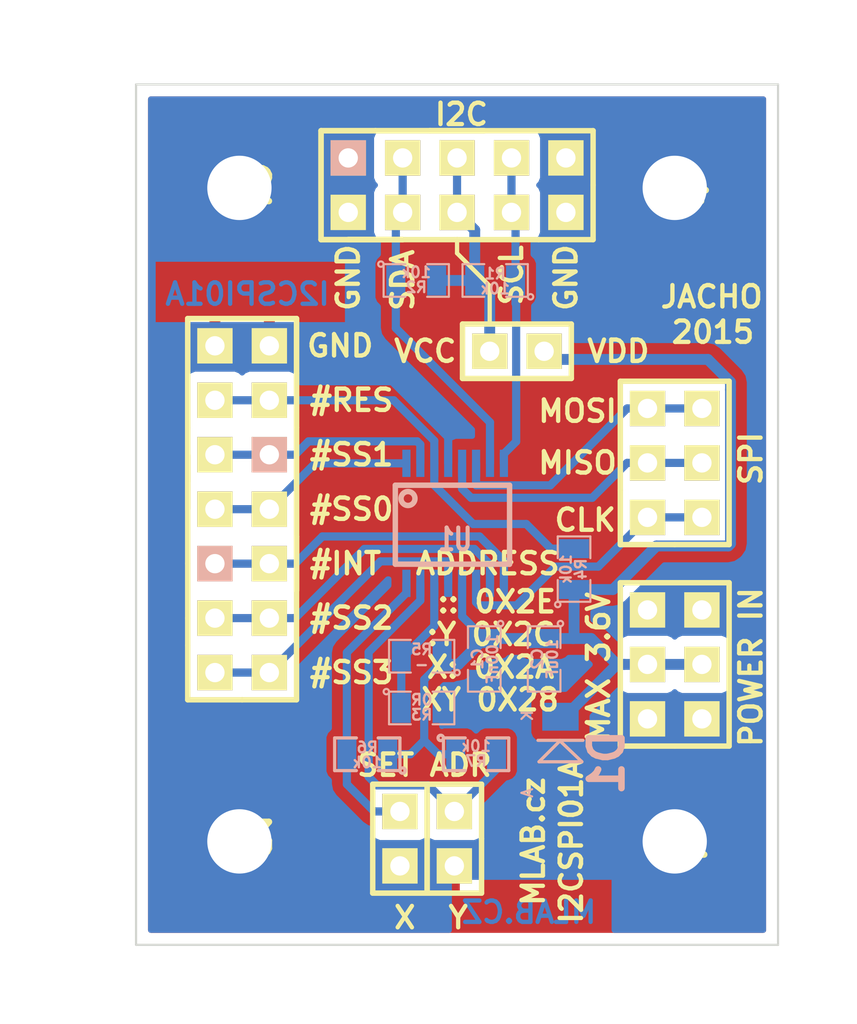
<source format=kicad_pcb>
(kicad_pcb (version 4) (host pcbnew "(2015-01-07 BZR 5359)-product")

  (general
    (links 65)
    (no_connects 0)
    (area -1.651 -51.0508 52.952172 1.34046)
    (thickness 1.6)
    (drawings 41)
    (tracks 140)
    (zones 0)
    (modules 22)
    (nets 18)
  )

  (page A4)
  (layers
    (0 F.Cu signal)
    (31 B.Cu signal)
    (32 B.Adhes user)
    (33 F.Adhes user)
    (34 B.Paste user)
    (35 F.Paste user)
    (36 B.SilkS user)
    (37 F.SilkS user)
    (38 B.Mask user)
    (39 F.Mask user)
    (40 Dwgs.User user)
    (41 Cmts.User user)
    (42 Eco1.User user)
    (43 Eco2.User user)
    (44 Edge.Cuts user)
    (45 Margin user)
    (46 B.CrtYd user)
    (47 F.CrtYd user)
    (48 B.Fab user)
    (49 F.Fab user)
  )

  (setup
    (last_trace_width 0.381)
    (user_trace_width 0.254)
    (user_trace_width 0.381)
    (user_trace_width 0.4)
    (user_trace_width 0.508)
    (user_trace_width 0.6)
    (user_trace_width 0.7)
    (trace_clearance 0.2)
    (zone_clearance 0.508)
    (zone_45_only no)
    (trace_min 0.254)
    (segment_width 0.2)
    (edge_width 0.1)
    (via_size 0.889)
    (via_drill 0.635)
    (via_min_size 0.889)
    (via_min_drill 0.508)
    (uvia_size 0.508)
    (uvia_drill 0.127)
    (uvias_allowed no)
    (uvia_min_size 0.508)
    (uvia_min_drill 0.127)
    (pcb_text_width 0.3)
    (pcb_text_size 1.5 1.5)
    (mod_edge_width 0.15)
    (mod_text_size 1 1)
    (mod_text_width 0.15)
    (pad_size 6 6)
    (pad_drill 3)
    (pad_to_mask_clearance 0)
    (aux_axis_origin 111.125 136.525)
    (visible_elements 7FFCFF7F)
    (pcbplotparams
      (layerselection 0x01060_80000000)
      (usegerberextensions false)
      (excludeedgelayer true)
      (linewidth 0.100000)
      (plotframeref false)
      (viasonmask false)
      (mode 1)
      (useauxorigin false)
      (hpglpennumber 1)
      (hpglpenspeed 20)
      (hpglpendiameter 15)
      (hpglpenoverlay 2)
      (psnegative false)
      (psa4output false)
      (plotreference true)
      (plotvalue true)
      (plotinvisibletext false)
      (padsonsilk false)
      (subtractmaskfromsilk false)
      (outputformat 1)
      (mirror false)
      (drillshape 0)
      (scaleselection 1)
      (outputdirectory ../CAM_PROFI/))
  )

  (net 0 "")
  (net 1 VDD)
  (net 2 GND)
  (net 3 /MISO)
  (net 4 /MOSI)
  (net 5 /SPICLK)
  (net 6 "Net-(J2-Pad3)")
  (net 7 /#SS3)
  (net 8 /#SS0)
  (net 9 /#INT)
  (net 10 /#SS1)
  (net 11 /#SS2)
  (net 12 /#RES)
  (net 13 /A1)
  (net 14 /A2)
  (net 15 /A0)
  (net 16 /SCL)
  (net 17 /SDA)

  (net_class Default "Toto je výchozí třída sítě."
    (clearance 0.2)
    (trace_width 0.381)
    (via_dia 0.889)
    (via_drill 0.635)
    (uvia_dia 0.508)
    (uvia_drill 0.127)
    (add_net /#INT)
    (add_net /#RES)
    (add_net /#SS0)
    (add_net /#SS1)
    (add_net /#SS2)
    (add_net /#SS3)
    (add_net /A0)
    (add_net /A1)
    (add_net /A2)
    (add_net /MISO)
    (add_net /MOSI)
    (add_net /SCL)
    (add_net /SDA)
    (add_net /SPICLK)
    (add_net GND)
    (add_net "Net-(J2-Pad3)")
  )

  (net_class vdd ""
    (clearance 0.2)
    (trace_width 0.508)
    (via_dia 0.889)
    (via_drill 0.635)
    (uvia_dia 0.508)
    (uvia_drill 0.127)
    (add_net VDD)
  )

  (module Pin_Header_Straight_1x03:Pin_Header_Straight_2x03 placed (layer F.Cu) (tedit 54730F6C) (tstamp 5472EECF)
    (at 25.4 -22.733 90)
    (descr "1 pin")
    (tags "CONN DEV")
    (path /53F6FB02)
    (fp_text reference J1 (at 20.447 3.556 90) (layer F.SilkS) hide
      (effects (font (size 1.27 1.27) (thickness 0.2032)))
    )
    (fp_text value JUMP_3X2 (at 26.924 -6.35 90) (layer F.SilkS) hide
      (effects (font (size 1.27 1.27) (thickness 0.2032)))
    )
    (fp_line (start -3.81 2.54) (end 3.81 2.54) (layer F.SilkS) (width 0.254))
    (fp_line (start 3.81 2.54) (end 3.81 -2.54) (layer F.SilkS) (width 0.254))
    (fp_line (start 3.81 -2.54) (end -1.27 -2.54) (layer F.SilkS) (width 0.254))
    (fp_line (start -3.81 2.54) (end -3.81 0) (layer F.SilkS) (width 0.254))
    (fp_line (start -3.81 -2.54) (end -3.81 0) (layer F.SilkS) (width 0.254))
    (fp_line (start -1.27 -2.54) (end -3.81 -2.54) (layer F.SilkS) (width 0.254))
    (pad 1 thru_hole rect (at -2.54 1.27 90) (size 1.651 1.651) (drill 0.9) (layers *.Cu *.Mask F.SilkS)
      (net 5 /SPICLK))
    (pad 2 thru_hole rect (at 0 1.27 90) (size 1.651 1.651) (drill 0.9) (layers *.Cu *.Mask F.SilkS)
      (net 3 /MISO))
    (pad 3 thru_hole rect (at 2.54 1.27 90) (size 1.651 1.651) (drill 0.9) (layers *.Cu *.Mask F.SilkS)
      (net 4 /MOSI))
    (pad 4 thru_hole rect (at 2.54 -1.27 90) (size 1.651 1.651) (drill 0.9) (layers *.Cu *.Mask F.SilkS)
      (net 4 /MOSI))
    (pad 5 thru_hole rect (at 0 -1.27 90) (size 1.651 1.651) (drill 0.9) (layers *.Cu *.Mask F.SilkS)
      (net 3 /MISO))
    (pad 6 thru_hole rect (at -2.54 -1.27 90) (size 1.651 1.651) (drill 0.9) (layers *.Cu *.Mask F.SilkS)
      (net 5 /SPICLK))
    (model Pin_Headers/Pin_Header_Straight_2x03.wrl
      (at (xyz 0 0 0))
      (scale (xyz 1 1 1))
      (rotate (xyz 0 0 0))
    )
  )

  (module SMD_Packages:SMD-0805 (layer B.Cu) (tedit 53FC49F2) (tstamp 545E7187)
    (at 17.018 -31.242 180)
    (path /53F431F1)
    (attr smd)
    (fp_text reference R1 (at 0 0.3175 180) (layer B.SilkS)
      (effects (font (size 0.50038 0.50038) (thickness 0.10922)) (justify mirror))
    )
    (fp_text value 10k (at 0 -0.381 180) (layer B.SilkS)
      (effects (font (size 0.50038 0.50038) (thickness 0.10922)) (justify mirror))
    )
    (fp_circle (center -1.651 -0.762) (end -1.651 -0.635) (layer B.SilkS) (width 0.09906))
    (fp_line (start -0.508 -0.762) (end -1.524 -0.762) (layer B.SilkS) (width 0.09906))
    (fp_line (start -1.524 -0.762) (end -1.524 0.762) (layer B.SilkS) (width 0.09906))
    (fp_line (start -1.524 0.762) (end -0.508 0.762) (layer B.SilkS) (width 0.09906))
    (fp_line (start 0.508 0.762) (end 1.524 0.762) (layer B.SilkS) (width 0.09906))
    (fp_line (start 1.524 0.762) (end 1.524 -0.762) (layer B.SilkS) (width 0.09906))
    (fp_line (start 1.524 -0.762) (end 0.508 -0.762) (layer B.SilkS) (width 0.09906))
    (pad 1 smd rect (at -0.9525 0 180) (size 0.889 1.397) (layers B.Cu B.Paste B.Mask)
      (net 16 /SCL))
    (pad 2 smd rect (at 0.9525 0 180) (size 0.889 1.397) (layers B.Cu B.Paste B.Mask)
      (net 6 "Net-(J2-Pad3)"))
    (model smd/chip_cms.wrl
      (at (xyz 0 0 0))
      (scale (xyz 0.1 0.1 0.1))
      (rotate (xyz 0 0 0))
    )
  )

  (module SMD_Packages:SMD-0805 (layer B.Cu) (tedit 53FC49F2) (tstamp 54731A2B)
    (at 16.51 -13.589 270)
    (path /53F4A074)
    (attr smd)
    (fp_text reference C1 (at 0 0.3175 270) (layer B.SilkS)
      (effects (font (size 0.50038 0.50038) (thickness 0.10922)) (justify mirror))
    )
    (fp_text value 100nF (at 0 -0.381 270) (layer B.SilkS)
      (effects (font (size 0.50038 0.50038) (thickness 0.10922)) (justify mirror))
    )
    (fp_circle (center -1.651 -0.762) (end -1.651 -0.635) (layer B.SilkS) (width 0.09906))
    (fp_line (start -0.508 -0.762) (end -1.524 -0.762) (layer B.SilkS) (width 0.09906))
    (fp_line (start -1.524 -0.762) (end -1.524 0.762) (layer B.SilkS) (width 0.09906))
    (fp_line (start -1.524 0.762) (end -0.508 0.762) (layer B.SilkS) (width 0.09906))
    (fp_line (start 0.508 0.762) (end 1.524 0.762) (layer B.SilkS) (width 0.09906))
    (fp_line (start 1.524 0.762) (end 1.524 -0.762) (layer B.SilkS) (width 0.09906))
    (fp_line (start 1.524 -0.762) (end 0.508 -0.762) (layer B.SilkS) (width 0.09906))
    (pad 1 smd rect (at -0.9525 0 270) (size 0.889 1.397) (layers B.Cu B.Paste B.Mask)
      (net 1 VDD))
    (pad 2 smd rect (at 0.9525 0 270) (size 0.889 1.397) (layers B.Cu B.Paste B.Mask)
      (net 2 GND))
    (model smd/chip_cms.wrl
      (at (xyz 0 0 0))
      (scale (xyz 0.1 0.1 0.1))
      (rotate (xyz 0 0 0))
    )
  )

  (module SMD_Packages:SMD-0805 (layer B.Cu) (tedit 53FC49F2) (tstamp 5469B833)
    (at 19.304 -13.589 270)
    (path /53F4A083)
    (attr smd)
    (fp_text reference C2 (at 0 0.3175 270) (layer B.SilkS)
      (effects (font (size 0.50038 0.50038) (thickness 0.10922)) (justify mirror))
    )
    (fp_text value 10uF (at 0 -0.381 270) (layer B.SilkS)
      (effects (font (size 0.50038 0.50038) (thickness 0.10922)) (justify mirror))
    )
    (fp_circle (center -1.651 -0.762) (end -1.651 -0.635) (layer B.SilkS) (width 0.09906))
    (fp_line (start -0.508 -0.762) (end -1.524 -0.762) (layer B.SilkS) (width 0.09906))
    (fp_line (start -1.524 -0.762) (end -1.524 0.762) (layer B.SilkS) (width 0.09906))
    (fp_line (start -1.524 0.762) (end -0.508 0.762) (layer B.SilkS) (width 0.09906))
    (fp_line (start 0.508 0.762) (end 1.524 0.762) (layer B.SilkS) (width 0.09906))
    (fp_line (start 1.524 0.762) (end 1.524 -0.762) (layer B.SilkS) (width 0.09906))
    (fp_line (start 1.524 -0.762) (end 0.508 -0.762) (layer B.SilkS) (width 0.09906))
    (pad 1 smd rect (at -0.9525 0 270) (size 0.889 1.397) (layers B.Cu B.Paste B.Mask)
      (net 1 VDD))
    (pad 2 smd rect (at 0.9525 0 270) (size 0.889 1.397) (layers B.Cu B.Paste B.Mask)
      (net 2 GND))
    (model smd/chip_cms.wrl
      (at (xyz 0 0 0))
      (scale (xyz 0.1 0.1 0.1))
      (rotate (xyz 0 0 0))
    )
  )

  (module SMD_Packages:SMD-0805 (layer B.Cu) (tedit 53FC49F2) (tstamp 545E7195)
    (at 13.335 -31.242)
    (path /53F43200)
    (attr smd)
    (fp_text reference R2 (at 0 0.3175) (layer B.SilkS)
      (effects (font (size 0.50038 0.50038) (thickness 0.10922)) (justify mirror))
    )
    (fp_text value 10k (at 0 -0.381) (layer B.SilkS)
      (effects (font (size 0.50038 0.50038) (thickness 0.10922)) (justify mirror))
    )
    (fp_circle (center -1.651 -0.762) (end -1.651 -0.635) (layer B.SilkS) (width 0.09906))
    (fp_line (start -0.508 -0.762) (end -1.524 -0.762) (layer B.SilkS) (width 0.09906))
    (fp_line (start -1.524 -0.762) (end -1.524 0.762) (layer B.SilkS) (width 0.09906))
    (fp_line (start -1.524 0.762) (end -0.508 0.762) (layer B.SilkS) (width 0.09906))
    (fp_line (start 0.508 0.762) (end 1.524 0.762) (layer B.SilkS) (width 0.09906))
    (fp_line (start 1.524 0.762) (end 1.524 -0.762) (layer B.SilkS) (width 0.09906))
    (fp_line (start 1.524 -0.762) (end 0.508 -0.762) (layer B.SilkS) (width 0.09906))
    (pad 1 smd rect (at -0.9525 0) (size 0.889 1.397) (layers B.Cu B.Paste B.Mask)
      (net 17 /SDA))
    (pad 2 smd rect (at 0.9525 0) (size 0.889 1.397) (layers B.Cu B.Paste B.Mask)
      (net 6 "Net-(J2-Pad3)"))
    (model smd/chip_cms.wrl
      (at (xyz 0 0 0))
      (scale (xyz 0.1 0.1 0.1))
      (rotate (xyz 0 0 0))
    )
  )

  (module SMD_Packages:SMD-0805 (layer B.Cu) (tedit 53FC49F2) (tstamp 53FC4A89)
    (at 13.589 -11.303)
    (path /53F45480)
    (attr smd)
    (fp_text reference R3 (at 0 0.3175) (layer B.SilkS)
      (effects (font (size 0.50038 0.50038) (thickness 0.10922)) (justify mirror))
    )
    (fp_text value 0R (at 0 -0.381) (layer B.SilkS)
      (effects (font (size 0.50038 0.50038) (thickness 0.10922)) (justify mirror))
    )
    (fp_circle (center -1.651 -0.762) (end -1.651 -0.635) (layer B.SilkS) (width 0.09906))
    (fp_line (start -0.508 -0.762) (end -1.524 -0.762) (layer B.SilkS) (width 0.09906))
    (fp_line (start -1.524 -0.762) (end -1.524 0.762) (layer B.SilkS) (width 0.09906))
    (fp_line (start -1.524 0.762) (end -0.508 0.762) (layer B.SilkS) (width 0.09906))
    (fp_line (start 0.508 0.762) (end 1.524 0.762) (layer B.SilkS) (width 0.09906))
    (fp_line (start 1.524 0.762) (end 1.524 -0.762) (layer B.SilkS) (width 0.09906))
    (fp_line (start 1.524 -0.762) (end 0.508 -0.762) (layer B.SilkS) (width 0.09906))
    (pad 1 smd rect (at -0.9525 0) (size 0.889 1.397) (layers B.Cu B.Paste B.Mask)
      (net 15 /A0))
    (pad 2 smd rect (at 0.9525 0) (size 0.889 1.397) (layers B.Cu B.Paste B.Mask)
      (net 2 GND))
    (model smd/chip_cms.wrl
      (at (xyz 0 0 0))
      (scale (xyz 0.1 0.1 0.1))
      (rotate (xyz 0 0 0))
    )
  )

  (module SMD_Packages:SMD-0805 (layer B.Cu) (tedit 53FC49F2) (tstamp 5467C6EB)
    (at 20.701 -17.78 90)
    (path /53F583DD)
    (attr smd)
    (fp_text reference R4 (at 0 0.3175 90) (layer B.SilkS)
      (effects (font (size 0.50038 0.50038) (thickness 0.10922)) (justify mirror))
    )
    (fp_text value 10k (at 0 -0.381 90) (layer B.SilkS)
      (effects (font (size 0.50038 0.50038) (thickness 0.10922)) (justify mirror))
    )
    (fp_circle (center -1.651 -0.762) (end -1.651 -0.635) (layer B.SilkS) (width 0.09906))
    (fp_line (start -0.508 -0.762) (end -1.524 -0.762) (layer B.SilkS) (width 0.09906))
    (fp_line (start -1.524 -0.762) (end -1.524 0.762) (layer B.SilkS) (width 0.09906))
    (fp_line (start -1.524 0.762) (end -0.508 0.762) (layer B.SilkS) (width 0.09906))
    (fp_line (start 0.508 0.762) (end 1.524 0.762) (layer B.SilkS) (width 0.09906))
    (fp_line (start 1.524 0.762) (end 1.524 -0.762) (layer B.SilkS) (width 0.09906))
    (fp_line (start 1.524 -0.762) (end 0.508 -0.762) (layer B.SilkS) (width 0.09906))
    (pad 1 smd rect (at -0.9525 0 90) (size 0.889 1.397) (layers B.Cu B.Paste B.Mask)
      (net 1 VDD))
    (pad 2 smd rect (at 0.9525 0 90) (size 0.889 1.397) (layers B.Cu B.Paste B.Mask)
      (net 12 /#RES))
    (model smd/chip_cms.wrl
      (at (xyz 0 0 0))
      (scale (xyz 0.1 0.1 0.1))
      (rotate (xyz 0 0 0))
    )
  )

  (module SMD_Packages:SMD-0805 (layer B.Cu) (tedit 53FC49F2) (tstamp 5473393B)
    (at 13.589 -13.716 180)
    (path /53F45462)
    (attr smd)
    (fp_text reference R5 (at 0 0.3175 180) (layer B.SilkS)
      (effects (font (size 0.50038 0.50038) (thickness 0.10922)) (justify mirror))
    )
    (fp_text value - (at 0 -0.381 180) (layer B.SilkS)
      (effects (font (size 0.50038 0.50038) (thickness 0.10922)) (justify mirror))
    )
    (fp_circle (center -1.651 -0.762) (end -1.651 -0.635) (layer B.SilkS) (width 0.09906))
    (fp_line (start -0.508 -0.762) (end -1.524 -0.762) (layer B.SilkS) (width 0.09906))
    (fp_line (start -1.524 -0.762) (end -1.524 0.762) (layer B.SilkS) (width 0.09906))
    (fp_line (start -1.524 0.762) (end -0.508 0.762) (layer B.SilkS) (width 0.09906))
    (fp_line (start 0.508 0.762) (end 1.524 0.762) (layer B.SilkS) (width 0.09906))
    (fp_line (start 1.524 0.762) (end 1.524 -0.762) (layer B.SilkS) (width 0.09906))
    (fp_line (start 1.524 -0.762) (end 0.508 -0.762) (layer B.SilkS) (width 0.09906))
    (pad 1 smd rect (at -0.9525 0 180) (size 0.889 1.397) (layers B.Cu B.Paste B.Mask)
      (net 1 VDD))
    (pad 2 smd rect (at 0.9525 0 180) (size 0.889 1.397) (layers B.Cu B.Paste B.Mask)
      (net 15 /A0))
    (model smd/chip_cms.wrl
      (at (xyz 0 0 0))
      (scale (xyz 0.1 0.1 0.1))
      (rotate (xyz 0 0 0))
    )
  )

  (module SMD_Packages:TSSOP-16 (layer B.Cu) (tedit 54745064) (tstamp 545E716B)
    (at 15.1511 -19.9136)
    (path /54731699)
    (attr smd)
    (fp_text reference U1 (at 0 0.7493) (layer B.SilkS)
      (effects (font (size 1.016 0.762) (thickness 0.1905)) (justify mirror))
    )
    (fp_text value SC18IS602B (at 30.6959 -21.3614) (layer B.SilkS) hide
      (effects (font (size 0.762 0.762) (thickness 0.1905)) (justify mirror))
    )
    (fp_line (start -2.794 1.905) (end 2.54 1.905) (layer B.SilkS) (width 0.254))
    (fp_line (start 2.54 1.905) (end 2.54 -1.778) (layer B.SilkS) (width 0.254))
    (fp_line (start 2.54 -1.778) (end -2.794 -1.778) (layer B.SilkS) (width 0.254))
    (fp_line (start -2.794 -1.778) (end -2.794 1.905) (layer B.SilkS) (width 0.254))
    (fp_circle (center -2.20218 -1.15824) (end -2.40538 -1.41224) (layer B.SilkS) (width 0.254))
    (pad 1 smd rect (at -2.27584 -2.79908) (size 0.381 1.27) (layers B.Cu B.Paste B.Mask)
      (net 8 /#SS0))
    (pad 2 smd rect (at -1.6256 -2.79908) (size 0.381 1.27) (layers B.Cu B.Paste B.Mask)
      (net 10 /#SS1))
    (pad 3 smd rect (at -0.97536 -2.79908) (size 0.381 1.27) (layers B.Cu B.Paste B.Mask)
      (net 12 /#RES))
    (pad 4 smd rect (at -0.32512 -2.79908) (size 0.381 1.27) (layers B.Cu B.Paste B.Mask)
      (net 2 GND))
    (pad 5 smd rect (at 0.32512 -2.79908) (size 0.381 1.27) (layers B.Cu B.Paste B.Mask)
      (net 3 /MISO))
    (pad 6 smd rect (at 0.97536 -2.79908) (size 0.381 1.27) (layers B.Cu B.Paste B.Mask)
      (net 4 /MOSI))
    (pad 7 smd rect (at 1.6256 -2.79908) (size 0.381 1.27) (layers B.Cu B.Paste B.Mask)
      (net 17 /SDA))
    (pad 8 smd rect (at 2.27584 -2.79908) (size 0.381 1.27) (layers B.Cu B.Paste B.Mask)
      (net 16 /SCL))
    (pad 9 smd rect (at 2.27584 2.79908) (size 0.381 1.27) (layers B.Cu B.Paste B.Mask)
      (net 9 /#INT))
    (pad 10 smd rect (at 1.6256 2.79908) (size 0.381 1.27) (layers B.Cu B.Paste B.Mask)
      (net 11 /#SS2))
    (pad 11 smd rect (at 0.97536 2.79908) (size 0.381 1.27) (layers B.Cu B.Paste B.Mask)
      (net 5 /SPICLK))
    (pad 12 smd rect (at 0.32512 2.79908) (size 0.381 1.27) (layers B.Cu B.Paste B.Mask)
      (net 1 VDD))
    (pad 13 smd rect (at -0.32512 2.79908) (size 0.381 1.27) (layers B.Cu B.Paste B.Mask)
      (net 7 /#SS3))
    (pad 14 smd rect (at -0.97536 2.79908) (size 0.381 1.27) (layers B.Cu B.Paste B.Mask)
      (net 15 /A0))
    (pad 15 smd rect (at -1.6256 2.79908) (size 0.381 1.27) (layers B.Cu B.Paste B.Mask)
      (net 13 /A1))
    (pad 16 smd rect (at -2.27584 2.79908) (size 0.381 1.27) (layers B.Cu B.Paste B.Mask)
      (net 14 /A2))
    (model smd\smd_dil\tssop-16.wrl
      (at (xyz 0 0 0))
      (scale (xyz 1 1 1))
      (rotate (xyz 0 0 0))
    )
  )

  (module Hrebinky:Pin_Header_Straight_2x03 placed (layer F.Cu) (tedit 54745060) (tstamp 5472F705)
    (at 25.4 -13.335 90)
    (descr "1 pin")
    (tags "CONN DEV")
    (path /53F5BF15)
    (fp_text reference J4 (at -1.27 23.622 90) (layer F.SilkS) hide
      (effects (font (size 1.27 1.27) (thickness 0.2032)))
    )
    (fp_text value JUMP_3X2 (at 0 0 90) (layer F.SilkS) hide
      (effects (font (size 1.27 1.27) (thickness 0.2032)))
    )
    (fp_line (start -3.81 2.54) (end 3.81 2.54) (layer F.SilkS) (width 0.254))
    (fp_line (start 3.81 2.54) (end 3.81 -2.54) (layer F.SilkS) (width 0.254))
    (fp_line (start 3.81 -2.54) (end -1.27 -2.54) (layer F.SilkS) (width 0.254))
    (fp_line (start -3.81 2.54) (end -3.81 0) (layer F.SilkS) (width 0.254))
    (fp_line (start -3.81 -2.54) (end -3.81 0) (layer F.SilkS) (width 0.254))
    (fp_line (start -1.27 -2.54) (end -3.81 -2.54) (layer F.SilkS) (width 0.254))
    (pad 1 thru_hole rect (at -2.54 1.27 90) (size 1.651 1.651) (drill 0.9) (layers *.Cu *.Mask F.SilkS)
      (net 2 GND))
    (pad 2 thru_hole rect (at 0 1.27 90) (size 1.651 1.651) (drill 0.9) (layers *.Cu *.Mask F.SilkS)
      (net 1 VDD))
    (pad 3 thru_hole rect (at 2.54 1.27 90) (size 1.651 1.651) (drill 0.9) (layers *.Cu *.Mask F.SilkS)
      (net 2 GND))
    (pad 4 thru_hole rect (at 2.54 -1.27 90) (size 1.651 1.651) (drill 0.9) (layers *.Cu *.Mask F.SilkS)
      (net 2 GND))
    (pad 5 thru_hole rect (at 0 -1.27 90) (size 1.651 1.651) (drill 0.9) (layers *.Cu *.Mask F.SilkS)
      (net 1 VDD))
    (pad 6 thru_hole rect (at -2.54 -1.27 90) (size 1.651 1.651) (drill 0.9) (layers *.Cu *.Mask F.SilkS)
      (net 2 GND))
    (model Pin_Headers/Pin_Header_Straight_2x03.wrl
      (at (xyz 0 0 0))
      (scale (xyz 1 1 1))
      (rotate (xyz 0 0 0))
    )
  )

  (module Hrebinky:Pin_Header_Straight_2x07 placed (layer F.Cu) (tedit 5474505B) (tstamp 5472F867)
    (at 5.207 -20.574 90)
    (descr "1 pin")
    (tags "CONN DEV")
    (path /53F4AC0B)
    (fp_text reference J3 (at -9.144 41.402 90) (layer F.SilkS) hide
      (effects (font (size 1.27 1.27) (thickness 0.2032)))
    )
    (fp_text value JUMP_7X2 (at 5.08 0 90) (layer F.SilkS) hide
      (effects (font (size 1.27 1.27) (thickness 0.2032)))
    )
    (fp_line (start 8.89 2.54) (end 8.89 -2.54) (layer F.SilkS) (width 0.254))
    (fp_line (start 6.35 -2.54) (end 8.89 -2.54) (layer F.SilkS) (width 0.254))
    (fp_line (start 6.35 2.54) (end 8.89 2.54) (layer F.SilkS) (width 0.254))
    (fp_line (start 6.35 2.54) (end 8.89 2.54) (layer F.SilkS) (width 0.254))
    (fp_line (start 6.35 -2.54) (end 8.89 -2.54) (layer F.SilkS) (width 0.254))
    (fp_line (start 8.89 2.54) (end 8.89 -2.54) (layer F.SilkS) (width 0.254))
    (fp_line (start 3.81 -2.54) (end 6.35 -2.54) (layer F.SilkS) (width 0.254))
    (fp_line (start 3.81 2.54) (end 6.35 2.54) (layer F.SilkS) (width 0.254))
    (fp_line (start 3.81 2.54) (end 6.35 2.54) (layer F.SilkS) (width 0.254))
    (fp_line (start 3.81 -2.54) (end 6.35 -2.54) (layer F.SilkS) (width 0.254))
    (fp_line (start -6.35 -2.54) (end -5.08 -2.54) (layer F.SilkS) (width 0.254))
    (fp_line (start -8.89 -2.54) (end -6.35 -2.54) (layer F.SilkS) (width 0.254))
    (fp_line (start 1.27 -2.54) (end 3.81 -2.54) (layer F.SilkS) (width 0.254))
    (fp_line (start 1.27 2.54) (end 3.81 2.54) (layer F.SilkS) (width 0.254))
    (fp_line (start 1.27 2.54) (end 3.81 2.54) (layer F.SilkS) (width 0.254))
    (fp_line (start 1.27 -2.54) (end 3.81 -2.54) (layer F.SilkS) (width 0.254))
    (fp_line (start 0 -2.54) (end 2.54 -2.54) (layer F.SilkS) (width 0.254))
    (fp_line (start -3.81 2.54) (end -1.27 2.54) (layer F.SilkS) (width 0.254))
    (fp_line (start -3.81 2.54) (end -1.27 2.54) (layer F.SilkS) (width 0.254))
    (fp_line (start 0 -2.54) (end 2.54 -2.54) (layer F.SilkS) (width 0.254))
    (fp_line (start 0 -2.54) (end 2.54 -2.54) (layer F.SilkS) (width 0.254))
    (fp_line (start -1.27 2.54) (end 1.27 2.54) (layer F.SilkS) (width 0.254))
    (fp_line (start -1.27 2.54) (end 1.27 2.54) (layer F.SilkS) (width 0.254))
    (fp_line (start 0 -2.54) (end 2.54 -2.54) (layer F.SilkS) (width 0.254))
    (fp_line (start -8.89 2.54) (end -1.27 2.54) (layer F.SilkS) (width 0.254))
    (fp_line (start 2.54 -2.54) (end -2.54 -2.54) (layer F.SilkS) (width 0.254))
    (fp_line (start -8.89 2.54) (end -8.89 0) (layer F.SilkS) (width 0.254))
    (fp_line (start -8.89 -2.54) (end -8.89 0) (layer F.SilkS) (width 0.254))
    (fp_line (start -2.54 -2.54) (end -5.08 -2.54) (layer F.SilkS) (width 0.254))
    (pad 7 thru_hole rect (at 7.62 1.27 90) (size 1.651 1.651) (drill 0.9) (layers *.Cu *.Mask F.SilkS)
      (net 2 GND))
    (pad 14 thru_hole rect (at -7.62 -1.27 90) (size 1.651 1.651) (drill 0.9) (layers *.Cu *.Mask F.SilkS)
      (net 7 /#SS3))
    (pad 6 thru_hole rect (at 5.08 1.27 90) (size 1.651 1.651) (drill 0.9) (layers *.Cu *.Mask F.SilkS)
      (net 12 /#RES))
    (pad 12 thru_hole rect (at -2.54 -1.27 90) (size 1.651 1.651) (drill 0.9) (layers *.Cu *.SilkS *.Mask)
      (net 9 /#INT))
    (pad 9 thru_hole rect (at 5.08 -1.27 90) (size 1.651 1.651) (drill 0.9) (layers *.Cu *.Mask F.SilkS)
      (net 12 /#RES))
    (pad 5 thru_hole rect (at 2.54 1.27 90) (size 1.651 1.651) (drill 0.9) (layers *.Cu *.SilkS *.Mask)
      (net 10 /#SS1))
    (pad 3 thru_hole rect (at -2.54 1.27 90) (size 1.651 1.651) (drill 0.9) (layers *.Cu *.Mask F.SilkS)
      (net 9 /#INT))
    (pad 11 thru_hole rect (at 0 -1.27 90) (size 1.651 1.651) (drill 0.9) (layers *.Cu *.Mask F.SilkS)
      (net 8 /#SS0))
    (pad 1 thru_hole rect (at -7.62 1.27 90) (size 1.651 1.651) (drill 0.9) (layers *.Cu *.Mask F.SilkS)
      (net 7 /#SS3))
    (pad 2 thru_hole rect (at -5.08 1.27 90) (size 1.651 1.651) (drill 0.9) (layers *.Cu *.Mask F.SilkS)
      (net 11 /#SS2))
    (pad 4 thru_hole rect (at 0 1.27 90) (size 1.651 1.651) (drill 0.9) (layers *.Cu *.Mask F.SilkS)
      (net 8 /#SS0))
    (pad 10 thru_hole rect (at 2.54 -1.27 90) (size 1.651 1.651) (drill 0.9) (layers *.Cu *.Mask F.SilkS)
      (net 10 /#SS1))
    (pad 13 thru_hole rect (at -5.08 -1.27 90) (size 1.651 1.651) (drill 0.9) (layers *.Cu *.Mask F.SilkS)
      (net 11 /#SS2))
    (pad 8 thru_hole rect (at 7.62 -1.27 90) (size 1.651 1.651) (drill 0.9) (layers *.Cu *.Mask F.SilkS)
      (net 2 GND))
    (model Pin_Headers/Pin_Header_Straight_2x07.wrl
      (at (xyz 0 0 0))
      (scale (xyz 1 1 1))
      (rotate (xyz 0 0 0))
    )
  )

  (module Hrebinky:Pin_Header_Straight_2x05 placed (layer F.Cu) (tedit 5474505D) (tstamp 5472FA3D)
    (at 15.24 -35.687 180)
    (descr "1 pin")
    (tags "CONN DEV")
    (path /53F4A312)
    (fp_text reference J2 (at -36.322 -18.415 180) (layer F.SilkS) hide
      (effects (font (size 1.27 1.27) (thickness 0.2032)))
    )
    (fp_text value JUMP_5X2 (at 1.27 0 180) (layer F.SilkS) hide
      (effects (font (size 1.27 1.27) (thickness 0.2032)))
    )
    (fp_line (start -3.81 -2.54) (end -2.54 -2.54) (layer F.SilkS) (width 0.254))
    (fp_line (start -6.35 -2.54) (end -3.81 -2.54) (layer F.SilkS) (width 0.254))
    (fp_line (start 6.35 2.54) (end 6.35 -2.54) (layer F.SilkS) (width 0.254))
    (fp_line (start 3.81 -2.54) (end 6.35 -2.54) (layer F.SilkS) (width 0.254))
    (fp_line (start 3.81 2.54) (end 6.35 2.54) (layer F.SilkS) (width 0.254))
    (fp_line (start 3.81 2.54) (end 6.35 2.54) (layer F.SilkS) (width 0.254))
    (fp_line (start 3.81 -2.54) (end 6.35 -2.54) (layer F.SilkS) (width 0.254))
    (fp_line (start 6.35 2.54) (end 6.35 -2.54) (layer F.SilkS) (width 0.254))
    (fp_line (start 2.54 -2.54) (end 5.08 -2.54) (layer F.SilkS) (width 0.254))
    (fp_line (start -1.27 2.54) (end 1.27 2.54) (layer F.SilkS) (width 0.254))
    (fp_line (start -1.27 2.54) (end 1.27 2.54) (layer F.SilkS) (width 0.254))
    (fp_line (start 2.54 -2.54) (end 5.08 -2.54) (layer F.SilkS) (width 0.254))
    (fp_line (start 2.54 -2.54) (end 5.08 -2.54) (layer F.SilkS) (width 0.254))
    (fp_line (start 1.27 2.54) (end 3.81 2.54) (layer F.SilkS) (width 0.254))
    (fp_line (start 1.27 2.54) (end 3.81 2.54) (layer F.SilkS) (width 0.254))
    (fp_line (start 2.54 -2.54) (end 5.08 -2.54) (layer F.SilkS) (width 0.254))
    (fp_line (start -6.35 2.54) (end 1.27 2.54) (layer F.SilkS) (width 0.254))
    (fp_line (start 5.08 -2.54) (end 0 -2.54) (layer F.SilkS) (width 0.254))
    (fp_line (start -6.35 2.54) (end -6.35 0) (layer F.SilkS) (width 0.254))
    (fp_line (start -6.35 -2.54) (end -6.35 0) (layer F.SilkS) (width 0.254))
    (fp_line (start 0 -2.54) (end -2.54 -2.54) (layer F.SilkS) (width 0.254))
    (pad 9 thru_hole rect (at -2.54 -1.27 180) (size 1.651 1.651) (drill 0.9) (layers *.Cu *.Mask F.SilkS)
      (net 16 /SCL))
    (pad 5 thru_hole rect (at 5.08 1.27 180) (size 1.651 1.651) (drill 0.9) (layers *.Cu *.SilkS *.Mask)
      (net 2 GND))
    (pad 3 thru_hole rect (at 0 1.27 180) (size 1.651 1.651) (drill 0.9) (layers *.Cu *.Mask F.SilkS)
      (net 6 "Net-(J2-Pad3)"))
    (pad 6 thru_hole rect (at 5.08 -1.27 180) (size 1.651 1.651) (drill 0.9) (layers *.Cu *.Mask F.SilkS)
      (net 2 GND))
    (pad 1 thru_hole rect (at -5.08 1.27 180) (size 1.651 1.651) (drill 0.9) (layers *.Cu *.Mask F.SilkS)
      (net 2 GND))
    (pad 2 thru_hole rect (at -2.54 1.27 180) (size 1.651 1.651) (drill 0.9) (layers *.Cu *.Mask F.SilkS)
      (net 16 /SCL))
    (pad 4 thru_hole rect (at 2.54 1.27 180) (size 1.651 1.651) (drill 0.9) (layers *.Cu *.Mask F.SilkS)
      (net 17 /SDA))
    (pad 10 thru_hole rect (at -5.08 -1.27 180) (size 1.651 1.651) (drill 0.9) (layers *.Cu *.Mask F.SilkS)
      (net 2 GND))
    (pad 7 thru_hole rect (at 2.54 -1.27 180) (size 1.651 1.651) (drill 0.9) (layers *.Cu *.Mask F.SilkS)
      (net 17 /SDA))
    (pad 8 thru_hole rect (at 0 -1.27 180) (size 1.651 1.651) (drill 0.9) (layers *.Cu *.Mask F.SilkS)
      (net 6 "Net-(J2-Pad3)"))
    (model Pin_Headers/Pin_Header_Straight_2x03.wrl
      (at (xyz 0 0 0))
      (scale (xyz 1 1 1))
      (rotate (xyz 0 0 0))
    )
    (model Pin_Headers/Pin_Header_Straight_2x05.wrl
      (at (xyz 0 0 0))
      (scale (xyz 1 1 1))
      (rotate (xyz 0 0 0))
    )
  )

  (module Dira:MountingHole_3mm placed (layer F.Cu) (tedit 54345FDC) (tstamp 5473184D)
    (at 25.4 -5.08)
    (descr "Mounting hole, Befestigungsbohrung, 3mm, No Annular, Kein Restring,")
    (tags "Mounting hole, Befestigungsbohrung, 3mm, No Annular, Kein Restring,")
    (path /547306AA)
    (fp_text reference P1 (at 0.1778 -0.0762) (layer F.SilkS)
      (effects (font (thickness 0.3048)))
    )
    (fp_text value _ (at 1.00076 5.00126) (layer F.SilkS) hide
      (effects (font (thickness 0.3048)))
    )
    (fp_circle (center 0 0) (end 2.99974 0) (layer Cmts.User) (width 0.381))
    (pad 1 thru_hole circle (at 0 0) (size 6 6) (drill 3) (layers *.Cu *.Adhes *.Mask)
      (net 2 GND) (clearance 1) (zone_connect 2))
  )

  (module Dira:MountingHole_3mm placed (layer F.Cu) (tedit 54345FDC) (tstamp 54731857)
    (at 5.08 -35.56)
    (descr "Mounting hole, Befestigungsbohrung, 3mm, No Annular, Kein Restring,")
    (tags "Mounting hole, Befestigungsbohrung, 3mm, No Annular, Kein Restring,")
    (path /547307A1)
    (fp_text reference P2 (at 0.1778 -0.0762) (layer F.SilkS)
      (effects (font (thickness 0.3048)))
    )
    (fp_text value _ (at 1.00076 5.00126) (layer F.SilkS) hide
      (effects (font (thickness 0.3048)))
    )
    (fp_circle (center 0 0) (end 2.99974 0) (layer Cmts.User) (width 0.381))
    (pad 1 thru_hole circle (at 0 0) (size 6 6) (drill 3) (layers *.Cu *.Adhes *.Mask)
      (net 2 GND) (clearance 1) (zone_connect 2))
  )

  (module Dira:MountingHole_3mm placed (layer F.Cu) (tedit 54345FDC) (tstamp 5473185D)
    (at 5.08 -5.08)
    (descr "Mounting hole, Befestigungsbohrung, 3mm, No Annular, Kein Restring,")
    (tags "Mounting hole, Befestigungsbohrung, 3mm, No Annular, Kein Restring,")
    (path /547307DC)
    (fp_text reference P3 (at 0.1778 -0.0762) (layer F.SilkS)
      (effects (font (thickness 0.3048)))
    )
    (fp_text value _ (at 1.00076 5.00126) (layer F.SilkS) hide
      (effects (font (thickness 0.3048)))
    )
    (fp_circle (center 0 0) (end 2.99974 0) (layer Cmts.User) (width 0.381))
    (pad 1 thru_hole circle (at 0 0) (size 6 6) (drill 3) (layers *.Cu *.Adhes *.Mask)
      (net 2 GND) (clearance 1) (zone_connect 2))
  )

  (module Dira:MountingHole_3mm placed (layer F.Cu) (tedit 54345FDC) (tstamp 54732E12)
    (at 25.4 -35.56)
    (descr "Mounting hole, Befestigungsbohrung, 3mm, No Annular, Kein Restring,")
    (tags "Mounting hole, Befestigungsbohrung, 3mm, No Annular, Kein Restring,")
    (path /5473081E)
    (fp_text reference P4 (at 0.1778 -0.0762) (layer F.SilkS)
      (effects (font (thickness 0.3048)))
    )
    (fp_text value _ (at 1.00076 5.00126) (layer F.SilkS) hide
      (effects (font (thickness 0.3048)))
    )
    (fp_circle (center 0 0) (end 2.99974 0) (layer Cmts.User) (width 0.381))
    (pad 1 thru_hole circle (at 0 0) (size 6 6) (drill 3) (layers *.Cu *.Adhes *.Mask)
      (net 2 GND) (clearance 1) (zone_connect 2))
  )

  (module Hrebinky:Pin_Header_Straight_1x02 (layer F.Cu) (tedit 5475E0F9) (tstamp 5474422C)
    (at 18.034 -28.067)
    (descr "1 pin")
    (tags "CONN DEV")
    (path /547353CF)
    (fp_text reference J5 (at 17.526 -0.254) (layer F.SilkS) hide
      (effects (font (size 1.27 1.27) (thickness 0.2032)))
    )
    (fp_text value CONN_2 (at 0 0) (layer F.SilkS) hide
      (effects (font (size 1.27 1.27) (thickness 0.2032)))
    )
    (fp_line (start -2.54 -1.143) (end 0 -1.143) (layer F.SilkS) (width 0.254))
    (fp_line (start 0 1.397) (end 2.54 1.397) (layer F.SilkS) (width 0.254))
    (fp_line (start 2.54 1.397) (end 2.54 -1.143) (layer F.SilkS) (width 0.254))
    (fp_line (start 0 -1.143) (end 2.54 -1.143) (layer F.SilkS) (width 0.254))
    (fp_line (start -2.54 -1.143) (end -2.54 1.397) (layer F.SilkS) (width 0.254))
    (fp_line (start -2.54 1.397) (end 0 1.397) (layer F.SilkS) (width 0.254))
    (pad 1 thru_hole rect (at -1.27 0.127) (size 1.651 1.651) (drill 0.9) (layers *.Cu *.Mask F.SilkS)
      (net 6 "Net-(J2-Pad3)"))
    (pad 2 thru_hole rect (at 1.27 0.127) (size 1.651 1.651) (drill 0.9) (layers *.Cu *.Mask F.SilkS)
      (net 1 VDD))
    (model Pin_Headers/Pin_Header_Straight_1x02.wrl
      (at (xyz 0 0 0))
      (scale (xyz 1 1 1))
      (rotate (xyz 0 0 0))
    )
  )

  (module Hrebinky:Pin_Header_Straight_1x02 (layer F.Cu) (tedit 5475FB9A) (tstamp 5475FA47)
    (at 12.7 -5.207 270)
    (descr "1 pin")
    (tags "CONN DEV")
    (path /5475F916)
    (fp_text reference J6 (at 0 -2.286 270) (layer F.SilkS) hide
      (effects (font (size 1.27 1.27) (thickness 0.2032)))
    )
    (fp_text value CONN_2 (at 0 0 270) (layer F.SilkS) hide
      (effects (font (size 1.27 1.27) (thickness 0.2032)))
    )
    (fp_line (start -2.54 -1.143) (end 0 -1.143) (layer F.SilkS) (width 0.254))
    (fp_line (start 0 1.397) (end 2.54 1.397) (layer F.SilkS) (width 0.254))
    (fp_line (start 2.54 1.397) (end 2.54 -1.143) (layer F.SilkS) (width 0.254))
    (fp_line (start 0 -1.143) (end 2.54 -1.143) (layer F.SilkS) (width 0.254))
    (fp_line (start -2.54 -1.143) (end -2.54 1.397) (layer F.SilkS) (width 0.254))
    (fp_line (start -2.54 1.397) (end 0 1.397) (layer F.SilkS) (width 0.254))
    (pad 1 thru_hole rect (at -1.27 0.127 270) (size 1.651 1.651) (drill 0.9) (layers *.Cu *.Mask F.SilkS)
      (net 14 /A2))
    (pad 2 thru_hole rect (at 1.27 0.127 270) (size 1.651 1.651) (drill 0.9) (layers *.Cu *.Mask F.SilkS)
      (net 2 GND))
    (model Pin_Headers/Pin_Header_Straight_1x02.wrl
      (at (xyz 0 0 0))
      (scale (xyz 1 1 1))
      (rotate (xyz 0 0 0))
    )
  )

  (module Hrebinky:Pin_Header_Straight_1x02 (layer F.Cu) (tedit 5475FB96) (tstamp 5475FA5D)
    (at 14.986 -5.207 90)
    (descr "1 pin")
    (tags "CONN DEV")
    (path /5475F949)
    (fp_text reference J7 (at 0 -2.286 90) (layer F.SilkS) hide
      (effects (font (size 1.27 1.27) (thickness 0.2032)))
    )
    (fp_text value CONN_2 (at 0 0 90) (layer F.SilkS) hide
      (effects (font (size 1.27 1.27) (thickness 0.2032)))
    )
    (fp_line (start -2.54 -1.143) (end 0 -1.143) (layer F.SilkS) (width 0.254))
    (fp_line (start 0 1.397) (end 2.54 1.397) (layer F.SilkS) (width 0.254))
    (fp_line (start 2.54 1.397) (end 2.54 -1.143) (layer F.SilkS) (width 0.254))
    (fp_line (start 0 -1.143) (end 2.54 -1.143) (layer F.SilkS) (width 0.254))
    (fp_line (start -2.54 -1.143) (end -2.54 1.397) (layer F.SilkS) (width 0.254))
    (fp_line (start -2.54 1.397) (end 0 1.397) (layer F.SilkS) (width 0.254))
    (pad 1 thru_hole rect (at -1.27 0.127 90) (size 1.651 1.651) (drill 0.9) (layers *.Cu *.Mask F.SilkS)
      (net 2 GND))
    (pad 2 thru_hole rect (at 1.27 0.127 90) (size 1.651 1.651) (drill 0.9) (layers *.Cu *.Mask F.SilkS)
      (net 13 /A1))
    (model Pin_Headers/Pin_Header_Straight_1x02.wrl
      (at (xyz 0 0 0))
      (scale (xyz 1 1 1))
      (rotate (xyz 0 0 0))
    )
  )

  (module SMD_Packages:SMD-0805 (layer B.Cu) (tedit 5475F96B) (tstamp 5475FA6A)
    (at 11.049 -9.144 180)
    (path /5475FC0E)
    (attr smd)
    (fp_text reference R6 (at 0 0.3175 180) (layer B.SilkS)
      (effects (font (size 0.50038 0.50038) (thickness 0.10922)) (justify mirror))
    )
    (fp_text value 10k (at 0 -0.381 180) (layer B.SilkS)
      (effects (font (size 0.50038 0.50038) (thickness 0.10922)) (justify mirror))
    )
    (fp_circle (center -1.651 -0.762) (end -1.651 -0.635) (layer B.SilkS) (width 0.15))
    (fp_line (start -0.508 -0.762) (end -1.524 -0.762) (layer B.SilkS) (width 0.15))
    (fp_line (start -1.524 -0.762) (end -1.524 0.762) (layer B.SilkS) (width 0.15))
    (fp_line (start -1.524 0.762) (end -0.508 0.762) (layer B.SilkS) (width 0.15))
    (fp_line (start 0.508 0.762) (end 1.524 0.762) (layer B.SilkS) (width 0.15))
    (fp_line (start 1.524 0.762) (end 1.524 -0.762) (layer B.SilkS) (width 0.15))
    (fp_line (start 1.524 -0.762) (end 0.508 -0.762) (layer B.SilkS) (width 0.15))
    (pad 1 smd rect (at -0.9525 0 180) (size 0.889 1.397) (layers B.Cu B.Paste B.Mask)
      (net 1 VDD))
    (pad 2 smd rect (at 0.9525 0 180) (size 0.889 1.397) (layers B.Cu B.Paste B.Mask)
      (net 14 /A2))
    (model smd/chip_cms.wrl
      (at (xyz 0 0 0))
      (scale (xyz 0.1 0.1 0.1))
      (rotate (xyz 0 0 0))
    )
  )

  (module SMD_Packages:SMD-0805 (layer B.Cu) (tedit 5475F96B) (tstamp 5475FA77)
    (at 16.129 -9.144)
    (path /5475FC90)
    (attr smd)
    (fp_text reference R7 (at 0 0.3175) (layer B.SilkS)
      (effects (font (size 0.50038 0.50038) (thickness 0.10922)) (justify mirror))
    )
    (fp_text value 10k (at 0 -0.381) (layer B.SilkS)
      (effects (font (size 0.50038 0.50038) (thickness 0.10922)) (justify mirror))
    )
    (fp_circle (center -1.651 -0.762) (end -1.651 -0.635) (layer B.SilkS) (width 0.15))
    (fp_line (start -0.508 -0.762) (end -1.524 -0.762) (layer B.SilkS) (width 0.15))
    (fp_line (start -1.524 -0.762) (end -1.524 0.762) (layer B.SilkS) (width 0.15))
    (fp_line (start -1.524 0.762) (end -0.508 0.762) (layer B.SilkS) (width 0.15))
    (fp_line (start 0.508 0.762) (end 1.524 0.762) (layer B.SilkS) (width 0.15))
    (fp_line (start 1.524 0.762) (end 1.524 -0.762) (layer B.SilkS) (width 0.15))
    (fp_line (start 1.524 -0.762) (end 0.508 -0.762) (layer B.SilkS) (width 0.15))
    (pad 1 smd rect (at -0.9525 0) (size 0.889 1.397) (layers B.Cu B.Paste B.Mask)
      (net 1 VDD))
    (pad 2 smd rect (at 0.9525 0) (size 0.889 1.397) (layers B.Cu B.Paste B.Mask)
      (net 13 /A1))
    (model smd/chip_cms.wrl
      (at (xyz 0 0 0))
      (scale (xyz 0.1 0.1 0.1))
      (rotate (xyz 0 0 0))
    )
  )

  (module MLAB_D:Diode-MiniMELF_Standard (layer B.Cu) (tedit 547A2A5B) (tstamp 547A2AB7)
    (at 20.066 -9.144 90)
    (descr "Diode Mini-MELF Standard")
    (tags "Diode Mini-MELF Standard")
    (path /53F4A0C0)
    (attr smd)
    (fp_text reference D1 (at -0.381 2.159 90) (layer B.SilkS)
      (effects (font (thickness 0.3048)) (justify mirror))
    )
    (fp_text value BZV55C-3,6V (at 0 -3.81 90) (layer B.SilkS) hide
      (effects (font (thickness 0.3048)) (justify mirror))
    )
    (fp_line (start 0.65024 -0.0508) (end -0.35052 1.00076) (layer B.SilkS) (width 0.15))
    (fp_line (start -0.35052 1.00076) (end -0.35052 -1.00076) (layer B.SilkS) (width 0.15))
    (fp_line (start -0.35052 -1.00076) (end 0.65024 0) (layer B.SilkS) (width 0.15))
    (fp_line (start 0.65024 1.04902) (end 0.65024 -1.04902) (layer B.SilkS) (width 0.15))
    (fp_text user A (at -1.80086 -1.5494 90) (layer B.SilkS)
      (effects (font (size 0.50038 0.50038) (thickness 0.09906)) (justify mirror))
    )
    (fp_text user K (at 1.80086 -1.5494 90) (layer B.SilkS)
      (effects (font (size 0.50038 0.50038) (thickness 0.09906)) (justify mirror))
    )
    (fp_circle (center 0 0) (end 0 -0.55118) (layer B.Adhes) (width 0.381))
    (fp_circle (center 0 0) (end 0 -0.20066) (layer B.Adhes) (width 0.381))
    (pad 1 smd rect (at -1.75006 0 90) (size 1.30048 1.69926) (layers B.Cu B.Paste B.Mask)
      (net 2 GND))
    (pad 2 smd rect (at 1.75006 0 90) (size 1.30048 1.69926) (layers B.Cu B.Paste B.Mask)
      (net 1 VDD))
    (model MLAB_3D/Diodes/MiniMELF_DO213AA.wrl
      (at (xyz 0 0 0))
      (scale (xyz 0.3937 0.3937 0.3937))
      (rotate (xyz 0 0 0))
    )
  )

  (gr_text VCC (at 12.192 -27.94) (layer F.SilkS)
    (effects (font (size 1 1) (thickness 0.2)) (justify left))
  )
  (gr_line (start 15.24 -32.512) (end 15.24 -33.147) (angle 90) (layer F.SilkS) (width 0.2))
  (gr_line (start 16.764 -30.988) (end 15.24 -32.512) (angle 90) (layer F.SilkS) (width 0.2))
  (gr_line (start 16.764 -29.337) (end 16.764 -30.988) (angle 90) (layer F.SilkS) (width 0.2))
  (gr_text I2CSPI01A (at 9.398 -30.607) (layer B.Cu)
    (effects (font (size 1 1) (thickness 0.2)) (justify left mirror))
  )
  (gr_text MLAB.CZ (at 21.844 -1.778) (layer B.Cu)
    (effects (font (size 1 1) (thickness 0.2)) (justify left mirror))
  )
  (gr_text JACHO (at 24.638 -30.48) (layer F.SilkS)
    (effects (font (size 1 1) (thickness 0.2)) (justify left))
  )
  (gr_text 2015 (at 25.146 -28.829) (layer F.SilkS)
    (effects (font (size 1 1) (thickness 0.2)) (justify left))
  )
  (gr_text I2CSPI01A (at 20.574 -5.08 90) (layer F.SilkS)
    (effects (font (size 1 1) (thickness 0.2)))
  )
  (gr_text MLAB.cz (at 18.796 -5.08 90) (layer F.SilkS)
    (effects (font (size 1 1) (thickness 0.2)))
  )
  (gr_text VDD (at 21.209 -27.94) (layer F.SilkS)
    (effects (font (size 1 1) (thickness 0.2)) (justify left))
  )
  (gr_text ADDRESS (at 13.208 -18.034) (layer F.SilkS)
    (effects (font (size 1 1) (thickness 0.2)) (justify left))
  )
  (gr_text "SET ADR" (at 13.716 -8.636) (layer F.SilkS)
    (effects (font (size 1 1) (thickness 0.2)))
  )
  (gr_text "#SS2" (at 8.255 -15.494) (layer F.SilkS)
    (effects (font (size 1 1) (thickness 0.2)) (justify left))
  )
  (gr_text GND (at 20.32 -29.718 90) (layer F.SilkS)
    (effects (font (size 1 1) (thickness 0.2)) (justify left))
  )
  (gr_text "POWER IN" (at 28.956 -13.208 90) (layer F.SilkS)
    (effects (font (size 1 1) (thickness 0.2)))
  )
  (gr_text "#SS1" (at 8.255 -23.114) (layer F.SilkS)
    (effects (font (size 1 1) (thickness 0.2)) (justify left))
  )
  (gr_text SPI (at 28.956 -21.59 90) (layer F.SilkS)
    (effects (font (size 1 1) (thickness 0.2)) (justify left))
  )
  (gr_text "XY 0X28" (at 13.462 -11.684) (layer F.SilkS)
    (effects (font (size 1 1) (thickness 0.2)) (justify left))
  )
  (gr_text "X: 0X2A" (at 13.716 -13.208) (layer F.SilkS)
    (effects (font (size 1 1) (thickness 0.2)) (justify left))
  )
  (gr_text ":Y 0X2C" (at 13.716 -14.732) (layer F.SilkS)
    (effects (font (size 1 1) (thickness 0.2)) (justify left))
  )
  (gr_text ":: 0X2E" (at 14.224 -16.256) (layer F.SilkS)
    (effects (font (size 1 1) (thickness 0.2)) (justify left))
  )
  (gr_text Y (at 14.732 -1.524) (layer F.SilkS)
    (effects (font (size 1 1) (thickness 0.2)) (justify left))
  )
  (gr_text X (at 12.192 -1.524) (layer F.SilkS)
    (effects (font (size 1 1) (thickness 0.2)) (justify left))
  )
  (gr_text "MAX 3.6V" (at 21.844 -13.208 90) (layer F.SilkS)
    (effects (font (size 1 1) (thickness 0.2)))
  )
  (gr_text "#SS0" (at 8.255 -20.574) (layer F.SilkS)
    (effects (font (size 1 1) (thickness 0.2)) (justify left))
  )
  (gr_text "#INT" (at 8.255 -18.034) (layer F.SilkS)
    (effects (font (size 1 1) (thickness 0.2)) (justify left))
  )
  (gr_text "#SS3" (at 8.255 -12.954) (layer F.SilkS)
    (effects (font (size 1 1) (thickness 0.2)) (justify left))
  )
  (gr_text CLK (at 19.685 -20.066) (layer F.SilkS)
    (effects (font (size 1 1) (thickness 0.2)) (justify left))
  )
  (gr_text MOSI (at 18.923 -25.146) (layer F.SilkS)
    (effects (font (size 1 1) (thickness 0.2)) (justify left))
  )
  (gr_text MISO (at 18.923 -22.733) (layer F.SilkS)
    (effects (font (size 1 1) (thickness 0.2)) (justify left))
  )
  (gr_text "#RES\n" (at 8.255 -25.654) (layer F.SilkS)
    (effects (font (size 1 1) (thickness 0.2)) (justify left))
  )
  (gr_text I2C (at 14.097 -38.989) (layer F.SilkS)
    (effects (font (size 1 1) (thickness 0.2)) (justify left))
  )
  (gr_text "GND\n" (at 8.128 -28.194) (layer F.SilkS)
    (effects (font (size 1 1) (thickness 0.2)) (justify left))
  )
  (gr_text SCL (at 17.78 -29.972 90) (layer F.SilkS)
    (effects (font (size 1 1) (thickness 0.2)) (justify left))
  )
  (gr_text SDA (at 12.7 -29.718 90) (layer F.SilkS)
    (effects (font (size 1 1) (thickness 0.2)) (justify left))
  )
  (gr_text GND (at 10.16 -29.718 90) (layer F.SilkS)
    (effects (font (size 1 1) (thickness 0.2)) (justify left))
  )
  (gr_line (start 30.224 -40.384) (end 0.256 -40.384) (angle 90) (layer Edge.Cuts) (width 0.1))
  (gr_line (start 30.224 -0.256) (end 30.224 -40.384) (angle 90) (layer Edge.Cuts) (width 0.1) (tstamp 5467C3CE))
  (gr_line (start 0.256 -0.256) (end 30.224 -0.256) (angle 90) (layer Edge.Cuts) (width 0.1))
  (gr_line (start 0.256 -40.384) (end 0.256 -0.256) (angle 90) (layer Edge.Cuts) (width 0.1))

  (segment (start 12.0015 -9.144) (end 13.061998 -9.144) (width 0.381) (layer B.Cu) (net 1))
  (segment (start 13.061998 -9.144) (end 13.706499 -9.788501) (width 0.381) (layer B.Cu) (net 1))
  (segment (start 15.1765 -9.144) (end 14.351 -9.144) (width 0.381) (layer B.Cu) (net 1))
  (segment (start 14.351 -9.144) (end 13.706499 -9.788501) (width 0.381) (layer B.Cu) (net 1))
  (segment (start 13.706499 -9.788501) (end 13.706499 -12.626999) (width 0.381) (layer B.Cu) (net 1))
  (segment (start 13.706499 -12.626999) (end 14.5415 -13.462) (width 0.381) (layer B.Cu) (net 1))
  (segment (start 14.5415 -13.462) (end 14.5415 -13.716) (width 0.381) (layer B.Cu) (net 1))
  (segment (start 28.003501 -18.961099) (end 28.003501 -26.1493) (width 0.508) (layer B.Cu) (net 1))
  (segment (start 28.003501 -26.1493) (end 28.003501 -26.504901) (width 0.508) (layer B.Cu) (net 1))
  (segment (start 28.003501 -26.504901) (end 26.949402 -27.559) (width 0.508) (layer B.Cu) (net 1))
  (segment (start 26.949402 -27.559) (end 20.6375 -27.559) (width 0.508) (layer B.Cu) (net 1))
  (segment (start 20.6375 -27.559) (end 19.304 -27.559) (width 0.508) (layer B.Cu) (net 1))
  (segment (start 20.701 -16.8275) (end 22.517098 -16.8275) (width 0.508) (layer B.Cu) (net 1))
  (segment (start 22.517098 -16.8275) (end 24.549097 -18.859499) (width 0.508) (layer B.Cu) (net 1))
  (segment (start 24.549097 -18.859499) (end 27.901901 -18.859499) (width 0.508) (layer B.Cu) (net 1))
  (segment (start 27.901901 -18.859499) (end 28.003501 -18.961099) (width 0.508) (layer B.Cu) (net 1))
  (segment (start 20.653419 -14.5415) (end 18.669 -14.5415) (width 0.508) (layer B.Cu) (net 1))
  (segment (start 20.653419 -14.5415) (end 20.701 -14.589081) (width 0.508) (layer B.Cu) (net 1))
  (segment (start 21.49983 -14.5415) (end 20.653419 -14.5415) (width 0.508) (layer B.Cu) (net 1))
  (segment (start 20.701 -14.589081) (end 20.701 -16.8275) (width 0.508) (layer B.Cu) (net 1))
  (segment (start 22.70633 -13.335) (end 21.49983 -14.5415) (width 0.508) (layer B.Cu) (net 1))
  (segment (start 24.13 -13.335) (end 26.67 -13.335) (width 0.508) (layer B.Cu) (net 1))
  (segment (start 23.0505 -13.335) (end 22.70633 -13.335) (width 0.508) (layer B.Cu) (net 1))
  (segment (start 22.70633 -13.335) (end 20.26539 -10.89406) (width 0.508) (layer B.Cu) (net 1))
  (segment (start 20.26539 -10.89406) (end 20.066 -10.89406) (width 0.508) (layer B.Cu) (net 1))
  (segment (start 24.13 -13.335) (end 23.0505 -13.335) (width 0.508) (layer B.Cu) (net 1))
  (segment (start 14.5415 -13.335) (end 15.3035 -13.335) (width 0.508) (layer B.Cu) (net 1))
  (segment (start 15.3035 -13.335) (end 16.51 -14.5415) (width 0.508) (layer B.Cu) (net 1))
  (segment (start 15.47622 -17.11452) (end 15.47622 -15.57528) (width 0.381) (layer B.Cu) (net 1))
  (segment (start 15.47622 -15.57528) (end 16.51 -14.5415) (width 0.381) (layer B.Cu) (net 1))
  (segment (start 18.669 -14.5415) (end 16.51 -14.5415) (width 0.508) (layer B.Cu) (net 1))
  (segment (start 22.7965 -13.335) (end 21.209 -14.9225) (width 0.508) (layer In1.Cu) (net 1))
  (segment (start 24.13 -13.335) (end 22.7965 -13.335) (width 0.508) (layer In1.Cu) (net 1))
  (segment (start 13.920318 -24.839368) (end 10.565686 -28.194) (width 0.381) (layer B.Cu) (net 2))
  (segment (start 14.82598 -23.933706) (end 13.920318 -24.839368) (width 0.381) (layer B.Cu) (net 2))
  (segment (start 13.920318 -24.839368) (end 13.920318 -25.096318) (width 0.381) (layer B.Cu) (net 2))
  (segment (start 13.920318 -25.096318) (end 14.097 -25.273) (width 0.381) (layer B.Cu) (net 2))
  (segment (start 14.82598 -22.71268) (end 14.82598 -23.933706) (width 0.381) (layer B.Cu) (net 2))
  (segment (start 10.565686 -28.194) (end 7.6835 -28.194) (width 0.381) (layer B.Cu) (net 2))
  (segment (start 7.6835 -28.194) (end 6.477 -28.194) (width 0.381) (layer B.Cu) (net 2))
  (segment (start 24.13 -22.733) (end 26.67 -22.733) (width 0.381) (layer B.Cu) (net 3))
  (segment (start 15.47622 -22.71268) (end 15.47622 -21.525248) (width 0.381) (layer B.Cu) (net 3))
  (segment (start 15.47622 -21.525248) (end 15.895299 -21.106169) (width 0.381) (layer B.Cu) (net 3))
  (segment (start 15.895299 -21.106169) (end 21.550669 -21.106169) (width 0.381) (layer B.Cu) (net 3))
  (segment (start 21.550669 -21.106169) (end 23.1775 -22.733) (width 0.381) (layer B.Cu) (net 3))
  (segment (start 23.1775 -22.733) (end 24.384 -22.733) (width 0.381) (layer B.Cu) (net 3))
  (segment (start 24.13 -25.273) (end 26.67 -25.273) (width 0.381) (layer B.Cu) (net 4))
  (segment (start 16.12646 -22.71268) (end 16.12646 -21.69668) (width 0.381) (layer B.Cu) (net 4))
  (segment (start 16.12646 -21.69668) (end 16.135961 -21.687179) (width 0.381) (layer B.Cu) (net 4))
  (segment (start 16.135961 -21.687179) (end 19.591679 -21.687179) (width 0.381) (layer B.Cu) (net 4))
  (segment (start 19.591679 -21.687179) (end 23.1775 -25.273) (width 0.381) (layer B.Cu) (net 4))
  (segment (start 23.1775 -25.273) (end 24.384 -25.273) (width 0.381) (layer B.Cu) (net 4))
  (segment (start 16.12646 -17.11452) (end 16.12646 -16.236358) (width 0.381) (layer B.Cu) (net 5))
  (segment (start 16.12646 -16.236358) (end 16.273799 -16.089019) (width 0.381) (layer B.Cu) (net 5))
  (segment (start 16.273799 -16.089019) (end 18.019417 -16.089019) (width 0.381) (layer B.Cu) (net 5))
  (segment (start 18.019417 -16.089019) (end 19.827897 -17.897499) (width 0.381) (layer B.Cu) (net 5))
  (segment (start 19.827897 -17.897499) (end 21.834499 -17.897499) (width 0.381) (layer B.Cu) (net 5))
  (segment (start 21.834499 -17.897499) (end 24.13 -20.193) (width 0.381) (layer B.Cu) (net 5))
  (segment (start 24.384 -20.193) (end 26.924 -20.193) (width 0.381) (layer B.Cu) (net 5))
  (segment (start 16.764 -27.559) (end 16.764 -30.5435) (width 0.508) (layer B.Cu) (net 6))
  (segment (start 16.764 -30.5435) (end 16.0655 -31.242) (width 0.508) (layer B.Cu) (net 6))
  (segment (start 16.0655 -31.242) (end 16.0655 -33.5915) (width 0.508) (layer B.Cu) (net 6))
  (segment (start 16.0655 -33.5915) (end 15.24 -34.417) (width 0.508) (layer B.Cu) (net 6))
  (segment (start 16.0655 -31.242) (end 14.2875 -31.242) (width 0.508) (layer B.Cu) (net 6))
  (segment (start 15.24 -34.29) (end 15.24 -36.83) (width 0.381) (layer B.Cu) (net 6))
  (segment (start 14.82598 -17.11452) (end 14.82598 -18.13052) (width 0.381) (layer B.Cu) (net 7))
  (segment (start 14.82598 -18.13052) (end 14.816479 -18.140021) (width 0.381) (layer B.Cu) (net 7))
  (segment (start 14.816479 -18.140021) (end 11.663021 -18.140021) (width 0.381) (layer B.Cu) (net 7))
  (segment (start 11.663021 -18.140021) (end 6.477 -12.954) (width 0.381) (layer B.Cu) (net 7))
  (segment (start 6.477 -12.954) (end 3.937 -12.954) (width 0.381) (layer B.Cu) (net 7))
  (segment (start 12.87526 -22.71268) (end 8.61568 -22.71268) (width 0.381) (layer B.Cu) (net 8))
  (segment (start 8.61568 -22.71268) (end 6.477 -20.574) (width 0.381) (layer B.Cu) (net 8))
  (segment (start 6.477 -20.574) (end 3.937 -20.574) (width 0.381) (layer B.Cu) (net 8))
  (segment (start 3.937 -18.034) (end 6.477 -18.034) (width 0.381) (layer B.Cu) (net 9))
  (segment (start 17.42694 -17.11452) (end 17.42694 -18.164114) (width 0.381) (layer B.Cu) (net 9))
  (segment (start 17.42694 -18.164114) (end 16.289013 -19.302041) (width 0.381) (layer B.Cu) (net 9))
  (segment (start 16.289013 -19.302041) (end 8.951541 -19.302041) (width 0.381) (layer B.Cu) (net 9))
  (segment (start 8.951541 -19.302041) (end 7.6835 -18.034) (width 0.381) (layer B.Cu) (net 9))
  (segment (start 7.6835 -18.034) (end 6.477 -18.034) (width 0.381) (layer B.Cu) (net 9))
  (segment (start 17.42694 -17.11452) (end 17.42694 -17.49806) (width 0.254) (layer B.Cu) (net 9))
  (segment (start 17.42694 -17.11452) (end 17.42694 -16.91894) (width 0.381) (layer B.Cu) (net 9))
  (segment (start 13.5255 -22.71268) (end 13.5255 -23.590842) (width 0.381) (layer B.Cu) (net 10))
  (segment (start 13.5255 -23.590842) (end 13.378161 -23.738181) (width 0.381) (layer B.Cu) (net 10))
  (segment (start 13.378161 -23.738181) (end 8.307681 -23.738181) (width 0.381) (layer B.Cu) (net 10))
  (segment (start 8.307681 -23.738181) (end 7.6835 -23.114) (width 0.381) (layer B.Cu) (net 10))
  (segment (start 7.6835 -23.114) (end 6.477 -23.114) (width 0.381) (layer B.Cu) (net 10))
  (segment (start 3.937 -23.114) (end 6.477 -23.114) (width 0.381) (layer B.Cu) (net 10))
  (segment (start 3.937 -15.494) (end 6.477 -15.494) (width 0.381) (layer B.Cu) (net 11))
  (segment (start 16.7767 -17.11452) (end 16.7767 -17.992682) (width 0.381) (layer B.Cu) (net 11))
  (segment (start 16.7767 -17.992682) (end 16.048351 -18.721031) (width 0.381) (layer B.Cu) (net 11))
  (segment (start 16.048351 -18.721031) (end 10.910531 -18.721031) (width 0.381) (layer B.Cu) (net 11))
  (segment (start 10.910531 -18.721031) (end 7.6835 -15.494) (width 0.381) (layer B.Cu) (net 11))
  (segment (start 7.6835 -15.494) (end 6.477 -15.494) (width 0.381) (layer B.Cu) (net 11))
  (segment (start 14.17574 -22.71268) (end 14.17574 -21.69668) (width 0.381) (layer B.Cu) (net 12))
  (segment (start 14.17574 -21.69668) (end 15.989369 -19.883051) (width 0.381) (layer B.Cu) (net 12))
  (segment (start 15.989369 -19.883051) (end 18.470949 -19.883051) (width 0.381) (layer B.Cu) (net 12))
  (segment (start 18.470949 -19.883051) (end 19.6215 -18.7325) (width 0.381) (layer B.Cu) (net 12))
  (segment (start 19.6215 -18.7325) (end 20.701 -18.7325) (width 0.381) (layer B.Cu) (net 12))
  (segment (start 14.17574 -22.71268) (end 14.17574 -23.762274) (width 0.381) (layer B.Cu) (net 12))
  (segment (start 14.17574 -23.762274) (end 12.284014 -25.654) (width 0.381) (layer B.Cu) (net 12))
  (segment (start 12.284014 -25.654) (end 7.6835 -25.654) (width 0.381) (layer B.Cu) (net 12))
  (segment (start 7.6835 -25.654) (end 6.477 -25.654) (width 0.381) (layer B.Cu) (net 12))
  (segment (start 6.477 -25.654) (end 3.937 -25.654) (width 0.381) (layer B.Cu) (net 12))
  (segment (start 17.0815 -9.144) (end 17.0815 -8.4455) (width 0.381) (layer B.Cu) (net 13))
  (segment (start 17.0815 -8.4455) (end 15.113 -6.477) (width 0.381) (layer B.Cu) (net 13))
  (segment (start 11.112499 -8.089899) (end 11.112499 -13.906499) (width 0.381) (layer B.Cu) (net 13))
  (segment (start 11.112499 -13.906499) (end 13.5255 -16.3195) (width 0.381) (layer B.Cu) (net 13))
  (segment (start 13.5255 -16.3195) (end 13.5255 -17.11452) (width 0.381) (layer B.Cu) (net 13))
  (segment (start 11.509397 -7.693001) (end 13.896999 -7.693001) (width 0.381) (layer B.Cu) (net 13))
  (segment (start 11.112499 -8.089899) (end 11.509397 -7.693001) (width 0.381) (layer B.Cu) (net 13))
  (segment (start 13.896999 -7.693001) (end 15.113 -6.477) (width 0.381) (layer B.Cu) (net 13))
  (segment (start 12.87526 -17.11452) (end 12.87526 -16.67002) (width 0.381) (layer B.Cu) (net 14))
  (segment (start 12.87526 -16.67002) (end 10.0965 -13.89126) (width 0.381) (layer B.Cu) (net 14))
  (segment (start 10.0965 -13.89126) (end 10.0965 -10.2235) (width 0.381) (layer B.Cu) (net 14))
  (segment (start 10.0965 -10.2235) (end 10.0965 -9.144) (width 0.381) (layer B.Cu) (net 14))
  (segment (start 10.0965 -9.144) (end 10.0965 -7.747) (width 0.381) (layer B.Cu) (net 14))
  (segment (start 10.0965 -7.747) (end 11.3665 -6.477) (width 0.381) (layer B.Cu) (net 14))
  (segment (start 11.3665 -6.477) (end 12.573 -6.477) (width 0.381) (layer B.Cu) (net 14))
  (segment (start 12.87526 -17.11452) (end 12.87526 -17.55902) (width 0.254) (layer B.Cu) (net 14))
  (segment (start 12.6365 -13.335) (end 12.6365 -13.589) (width 0.381) (layer B.Cu) (net 15))
  (segment (start 12.6365 -13.589) (end 14.17574 -15.12824) (width 0.381) (layer B.Cu) (net 15))
  (segment (start 14.17574 -15.12824) (end 14.17574 -16.09852) (width 0.381) (layer B.Cu) (net 15))
  (segment (start 14.17574 -16.09852) (end 14.17574 -17.11452) (width 0.381) (layer B.Cu) (net 15))
  (segment (start 12.6365 -11.303) (end 12.6365 -13.335) (width 0.381) (layer B.Cu) (net 15))
  (segment (start 17.9705 -31.242) (end 17.9705 -34.2265) (width 0.381) (layer B.Cu) (net 16))
  (segment (start 17.9705 -34.2265) (end 17.78 -34.417) (width 0.381) (layer B.Cu) (net 16))
  (segment (start 17.9705 -31.242) (end 17.9705 -30.1625) (width 0.381) (layer B.Cu) (net 16))
  (segment (start 17.9705 -30.1625) (end 17.99844 -30.13456) (width 0.381) (layer B.Cu) (net 16))
  (segment (start 17.99844 -30.13456) (end 17.99844 -23.72868) (width 0.381) (layer B.Cu) (net 16))
  (segment (start 17.99844 -23.72868) (end 17.42694 -23.15718) (width 0.381) (layer B.Cu) (net 16))
  (segment (start 17.42694 -23.15718) (end 17.42694 -22.71268) (width 0.381) (layer B.Cu) (net 16))
  (segment (start 17.78 -34.29) (end 17.78 -36.83) (width 0.381) (layer B.Cu) (net 16))
  (segment (start 17.42694 -33.93694) (end 17.78 -34.29) (width 0.381) (layer B.Cu) (net 16))
  (segment (start 12.3825 -31.242) (end 12.3825 -34.0995) (width 0.381) (layer B.Cu) (net 17))
  (segment (start 12.3825 -34.0995) (end 12.7 -34.417) (width 0.381) (layer B.Cu) (net 17))
  (segment (start 16.7767 -24.6253) (end 12.3825 -29.0195) (width 0.381) (layer B.Cu) (net 17))
  (segment (start 12.3825 -29.0195) (end 12.3825 -31.242) (width 0.381) (layer B.Cu) (net 17))
  (segment (start 16.7767 -22.71268) (end 16.7767 -24.6253) (width 0.381) (layer B.Cu) (net 17))
  (segment (start 12.7 -34.29) (end 12.7 -36.83) (width 0.381) (layer B.Cu) (net 17))
  (segment (start 12.2555 -33.9725) (end 12.7 -34.417) (width 0.381) (layer B.Cu) (net 17))

  (zone (net 2) (net_name GND) (layer B.Cu) (tstamp 0) (hatch edge 0.508)
    (connect_pads yes (clearance 0.508))
    (min_thickness 0.254)
    (fill yes (arc_segments 16) (thermal_gap 0.508) (thermal_bridge_width 0.508))
    (polygon
      (pts
        (xy -0.889 -41.656) (xy 31.496 -41.656) (xy 31.623 0.508) (xy -1.651 0.635)
      )
    )
    (filled_polygon
      (pts
        (xy 29.539 -0.941) (xy 28.892501 -0.941) (xy 28.892501 -18.961099) (xy 28.892501 -26.1493) (xy 28.892501 -26.504901)
        (xy 28.82483 -26.845106) (xy 28.82483 -26.845107) (xy 28.632119 -27.133519) (xy 27.57802 -28.187618) (xy 27.289608 -28.380329)
        (xy 26.949402 -28.448) (xy 20.7645 -28.448) (xy 20.7645 -28.891809) (xy 20.667827 -29.125198) (xy 20.489199 -29.303827)
        (xy 20.25581 -29.4005) (xy 20.003191 -29.4005) (xy 18.82394 -29.4005) (xy 18.82394 -30.054415) (xy 18.953327 -30.183801)
        (xy 19.05 -30.41719) (xy 19.05 -30.669809) (xy 19.05 -32.066809) (xy 18.953327 -32.300198) (xy 18.796 -32.457525)
        (xy 18.796 -32.983089) (xy 18.965198 -33.053173) (xy 19.143827 -33.231801) (xy 19.2405 -33.46519) (xy 19.2405 -33.717809)
        (xy 19.2405 -35.368809) (xy 19.143827 -35.602198) (xy 19.059025 -35.687) (xy 19.143827 -35.771801) (xy 19.2405 -36.00519)
        (xy 19.2405 -36.257809) (xy 19.2405 -37.908809) (xy 19.143827 -38.142198) (xy 18.965199 -38.320827) (xy 18.73181 -38.4175)
        (xy 18.479191 -38.4175) (xy 16.828191 -38.4175) (xy 16.594802 -38.320827) (xy 16.51 -38.236026) (xy 16.425199 -38.320827)
        (xy 16.19181 -38.4175) (xy 15.939191 -38.4175) (xy 14.288191 -38.4175) (xy 14.054802 -38.320827) (xy 13.97 -38.236026)
        (xy 13.885199 -38.320827) (xy 13.65181 -38.4175) (xy 13.399191 -38.4175) (xy 11.748191 -38.4175) (xy 11.514802 -38.320827)
        (xy 11.336173 -38.142199) (xy 11.2395 -37.90881) (xy 11.2395 -37.656191) (xy 11.2395 -36.005191) (xy 11.336173 -35.771802)
        (xy 11.420974 -35.687001) (xy 11.336173 -35.602199) (xy 11.2395 -35.36881) (xy 11.2395 -35.116191) (xy 11.2395 -33.465191)
        (xy 11.336173 -33.231802) (xy 11.514801 -33.053173) (xy 11.557 -33.035694) (xy 11.557 -32.457526) (xy 11.399673 -32.300199)
        (xy 11.303 -32.06681) (xy 11.303 -31.814191) (xy 11.303 -30.417191) (xy 11.399673 -30.183802) (xy 11.557 -30.026474)
        (xy 11.557 -29.0195) (xy 11.619837 -28.703594) (xy 11.798783 -28.435783) (xy 15.9512 -24.283366) (xy 15.9512 -23.98268)
        (xy 15.809651 -23.98268) (xy 15.80134 -23.979238) (xy 15.79303 -23.98268) (xy 15.540411 -23.98268) (xy 15.159411 -23.98268)
        (xy 14.972776 -23.905374) (xy 14.938403 -24.078179) (xy 14.759457 -24.34599) (xy 14.759457 -24.345991) (xy 14.759453 -24.345994)
        (xy 12.867731 -26.237717) (xy 12.59992 -26.416663) (xy 12.284014 -26.4795) (xy 10.133 -26.4795) (xy 10.133 -29.172)
        (xy 10.133 -32.242) (xy 1.043953 -32.242) (xy 1.043953 -29.172) (xy 10.133 -29.172) (xy 10.133 -26.4795)
        (xy 7.9375 -26.4795) (xy 7.9375 -26.605809) (xy 7.840827 -26.839198) (xy 7.662199 -27.017827) (xy 7.42881 -27.1145)
        (xy 7.176191 -27.1145) (xy 5.525191 -27.1145) (xy 5.291802 -27.017827) (xy 5.207 -26.933026) (xy 5.122199 -27.017827)
        (xy 4.88881 -27.1145) (xy 4.636191 -27.1145) (xy 2.985191 -27.1145) (xy 2.751802 -27.017827) (xy 2.573173 -26.839199)
        (xy 2.4765 -26.60581) (xy 2.4765 -26.353191) (xy 2.4765 -24.702191) (xy 2.573173 -24.468802) (xy 2.657974 -24.384001)
        (xy 2.573173 -24.299199) (xy 2.4765 -24.06581) (xy 2.4765 -23.813191) (xy 2.4765 -22.162191) (xy 2.573173 -21.928802)
        (xy 2.657974 -21.844001) (xy 2.573173 -21.759199) (xy 2.4765 -21.52581) (xy 2.4765 -21.273191) (xy 2.4765 -19.622191)
        (xy 2.573173 -19.388802) (xy 2.657974 -19.304001) (xy 2.573173 -19.219199) (xy 2.4765 -18.98581) (xy 2.4765 -18.733191)
        (xy 2.4765 -17.082191) (xy 2.573173 -16.848802) (xy 2.657974 -16.764001) (xy 2.573173 -16.679199) (xy 2.4765 -16.44581)
        (xy 2.4765 -16.193191) (xy 2.4765 -14.542191) (xy 2.573173 -14.308802) (xy 2.657974 -14.224001) (xy 2.573173 -14.139199)
        (xy 2.4765 -13.90581) (xy 2.4765 -13.653191) (xy 2.4765 -12.002191) (xy 2.573173 -11.768802) (xy 2.751801 -11.590173)
        (xy 2.98519 -11.4935) (xy 3.237809 -11.4935) (xy 4.888809 -11.4935) (xy 5.122198 -11.590173) (xy 5.206999 -11.674975)
        (xy 5.291801 -11.590173) (xy 5.52519 -11.4935) (xy 5.777809 -11.4935) (xy 7.428809 -11.4935) (xy 7.662198 -11.590173)
        (xy 7.840827 -11.768801) (xy 7.9375 -12.00219) (xy 7.9375 -12.254809) (xy 7.9375 -13.247067) (xy 12.004954 -17.314521)
        (xy 12.04976 -17.314521) (xy 12.04976 -17.11452) (xy 12.04976 -17.011954) (xy 9.512783 -14.474977) (xy 9.333837 -14.207166)
        (xy 9.271 -13.89126) (xy 9.271 -10.359526) (xy 9.113673 -10.202199) (xy 9.017 -9.96881) (xy 9.017 -9.716191)
        (xy 9.017 -8.319191) (xy 9.113673 -8.085802) (xy 9.271 -7.928474) (xy 9.271 -7.747) (xy 9.333837 -7.431094)
        (xy 9.512783 -7.163283) (xy 10.78278 -5.893287) (xy 10.782783 -5.893283) (xy 10.943324 -5.786014) (xy 11.050594 -5.714337)
        (xy 11.050595 -5.714337) (xy 11.1125 -5.702024) (xy 11.1125 -5.525191) (xy 11.209173 -5.291802) (xy 11.387801 -5.113173)
        (xy 11.62119 -5.0165) (xy 11.873809 -5.0165) (xy 13.524809 -5.0165) (xy 13.758198 -5.113173) (xy 13.842999 -5.197975)
        (xy 13.927801 -5.113173) (xy 14.16119 -5.0165) (xy 14.413809 -5.0165) (xy 16.064809 -5.0165) (xy 16.298198 -5.113173)
        (xy 16.476827 -5.291801) (xy 16.5735 -5.52519) (xy 16.5735 -5.777809) (xy 16.5735 -6.770067) (xy 17.613933 -7.8105)
        (xy 17.652309 -7.8105) (xy 17.885698 -7.907173) (xy 18.064327 -8.085801) (xy 18.161 -8.31919) (xy 18.161 -8.571809)
        (xy 18.161 -9.968809) (xy 18.064327 -10.202198) (xy 17.885699 -10.380827) (xy 17.65231 -10.4775) (xy 17.399691 -10.4775)
        (xy 16.510691 -10.4775) (xy 16.277302 -10.380827) (xy 16.128999 -10.232526) (xy 15.980699 -10.380827) (xy 15.74731 -10.4775)
        (xy 15.494691 -10.4775) (xy 14.605691 -10.4775) (xy 14.531999 -10.446976) (xy 14.531999 -12.285066) (xy 14.629433 -12.3825)
        (xy 15.112309 -12.3825) (xy 15.265611 -12.446) (xy 15.3035 -12.446) (xy 15.643705 -12.513671) (xy 15.643706 -12.513671)
        (xy 15.932118 -12.706382) (xy 16.687736 -13.462) (xy 17.334809 -13.462) (xy 17.568198 -13.558673) (xy 17.662025 -13.6525)
        (xy 18.151974 -13.6525) (xy 18.245801 -13.558673) (xy 18.47919 -13.462) (xy 18.731809 -13.462) (xy 20.128809 -13.462)
        (xy 20.362198 -13.558673) (xy 20.456025 -13.6525) (xy 20.653419 -13.6525) (xy 21.131594 -13.6525) (xy 21.449094 -13.335)
        (xy 20.293394 -12.1793) (xy 19.090061 -12.1793) (xy 18.856672 -12.082627) (xy 18.678043 -11.903999) (xy 18.58137 -11.67061)
        (xy 18.58137 -11.417991) (xy 18.58137 -10.117511) (xy 18.678043 -9.884122) (xy 18.856671 -9.705493) (xy 19.09006 -9.60882)
        (xy 19.342679 -9.60882) (xy 21.041939 -9.60882) (xy 21.275328 -9.705493) (xy 21.453957 -9.884121) (xy 21.55063 -10.11751)
        (xy 21.55063 -10.370129) (xy 21.55063 -10.922064) (xy 22.77227 -12.143705) (xy 22.944801 -11.971173) (xy 23.17819 -11.8745)
        (xy 23.430809 -11.8745) (xy 25.081809 -11.8745) (xy 25.315198 -11.971173) (xy 25.399999 -12.055975) (xy 25.484801 -11.971173)
        (xy 25.71819 -11.8745) (xy 25.970809 -11.8745) (xy 27.621809 -11.8745) (xy 27.855198 -11.971173) (xy 28.033827 -12.149801)
        (xy 28.1305 -12.38319) (xy 28.1305 -12.635809) (xy 28.1305 -14.286809) (xy 28.033827 -14.520198) (xy 27.855199 -14.698827)
        (xy 27.62181 -14.7955) (xy 27.369191 -14.7955) (xy 25.718191 -14.7955) (xy 25.484802 -14.698827) (xy 25.4 -14.614026)
        (xy 25.315199 -14.698827) (xy 25.08181 -14.7955) (xy 24.829191 -14.7955) (xy 23.178191 -14.7955) (xy 22.944802 -14.698827)
        (xy 22.77227 -14.526296) (xy 22.128448 -15.170118) (xy 21.840036 -15.362829) (xy 21.59 -15.412564) (xy 21.59 -15.774589)
        (xy 21.759198 -15.844673) (xy 21.853025 -15.9385) (xy 22.517098 -15.9385) (xy 22.857303 -16.006171) (xy 22.857304 -16.006171)
        (xy 23.145716 -16.198882) (xy 24.917332 -17.970499) (xy 27.901901 -17.970499) (xy 28.242106 -18.03817) (xy 28.242107 -18.03817)
        (xy 28.530519 -18.230881) (xy 28.632119 -18.332481) (xy 28.82483 -18.620893) (xy 28.82483 -18.620894) (xy 28.892501 -18.961099)
        (xy 28.892501 -0.941) (xy 22.579 -0.941) (xy 22.579 -3.413) (xy 14.870905 -3.413) (xy 14.870905 -0.941)
        (xy 0.941 -0.941) (xy 0.941 -39.699) (xy 29.539 -39.699) (xy 29.539 -0.941)
      )
    )
  )
  (zone (net 2) (net_name GND) (layer F.Cu) (tstamp 550028D0) (hatch edge 0.508)
    (connect_pads (clearance 0.508))
    (min_thickness 0.254)
    (fill (arc_segments 16) (thermal_gap 0.508) (thermal_bridge_width 0.508))
    (polygon
      (pts
        (xy -5.461 -44.323) (xy -5.461034 -44.320543) (xy -5.588 -44.323)
      )
    )
  )
  (zone (net 2) (net_name GND) (layer F.Cu) (tstamp 550028DD) (hatch edge 0.508)
    (connect_pads (clearance 0.508))
    (min_thickness 0.254)
    (fill yes (arc_segments 16) (thermal_gap 0.508) (thermal_bridge_width 0.508))
    (polygon
      (pts
        (xy 33.909 3.429) (xy -6.096 2.032) (xy -5.461034 -44.320543) (xy 33.782 -43.561)
      )
    )
    (filled_polygon
      (pts
        (xy 29.539 -0.941) (xy 28.14294 -0.941) (xy 28.14294 -12.5095) (xy 28.14294 -14.1605) (xy 28.14294 -19.3675)
        (xy 28.14294 -21.0185) (xy 28.095963 -21.260623) (xy 27.962194 -21.464261) (xy 28.092877 -21.65786) (xy 28.14294 -21.9075)
        (xy 28.14294 -23.5585) (xy 28.095963 -23.800623) (xy 27.962194 -24.004261) (xy 28.092877 -24.19786) (xy 28.14294 -24.4475)
        (xy 28.14294 -26.0985) (xy 28.095963 -26.340623) (xy 27.956173 -26.553427) (xy 27.74514 -26.695877) (xy 27.4955 -26.74594)
        (xy 25.8445 -26.74594) (xy 25.602377 -26.698963) (xy 25.398739 -26.565195) (xy 25.20514 -26.695877) (xy 24.9555 -26.74594)
        (xy 23.3045 -26.74594) (xy 23.062377 -26.698963) (xy 22.849573 -26.559173) (xy 22.707123 -26.34814) (xy 22.65706 -26.0985)
        (xy 22.65706 -24.4475) (xy 22.704037 -24.205377) (xy 22.837805 -24.00174) (xy 22.707123 -23.80814) (xy 22.65706 -23.5585)
        (xy 22.65706 -21.9075) (xy 22.704037 -21.665377) (xy 22.837805 -21.46174) (xy 22.707123 -21.26814) (xy 22.65706 -21.0185)
        (xy 22.65706 -19.3675) (xy 22.704037 -19.125377) (xy 22.843827 -18.912573) (xy 23.05486 -18.770123) (xy 23.3045 -18.72006)
        (xy 24.9555 -18.72006) (xy 25.197623 -18.767037) (xy 25.40126 -18.900806) (xy 25.59486 -18.770123) (xy 25.8445 -18.72006)
        (xy 27.4955 -18.72006) (xy 27.737623 -18.767037) (xy 27.950427 -18.906827) (xy 28.092877 -19.11786) (xy 28.14294 -19.3675)
        (xy 28.14294 -14.1605) (xy 28.095963 -14.402623) (xy 27.957473 -14.613448) (xy 28.033827 -14.689802) (xy 28.1305 -14.923191)
        (xy 28.1305 -15.58925) (xy 28.1305 -16.16075) (xy 28.1305 -16.826809) (xy 28.033827 -17.060198) (xy 27.855199 -17.238827)
        (xy 27.62181 -17.3355) (xy 27.369191 -17.3355) (xy 26.95575 -17.3355) (xy 26.797 -17.17675) (xy 26.797 -16.002)
        (xy 27.97175 -16.002) (xy 28.1305 -16.16075) (xy 28.1305 -15.58925) (xy 27.97175 -15.748) (xy 26.797 -15.748)
        (xy 26.797 -15.728) (xy 26.543 -15.728) (xy 26.543 -15.748) (xy 26.543 -16.002) (xy 26.543 -17.17675)
        (xy 26.38425 -17.3355) (xy 25.970809 -17.3355) (xy 25.71819 -17.3355) (xy 25.484801 -17.238827) (xy 25.4 -17.154026)
        (xy 25.315199 -17.238827) (xy 25.08181 -17.3355) (xy 24.829191 -17.3355) (xy 24.41575 -17.3355) (xy 24.257 -17.17675)
        (xy 24.257 -16.002) (xy 25.36825 -16.002) (xy 25.43175 -16.002) (xy 26.543 -16.002) (xy 26.543 -15.748)
        (xy 25.43175 -15.748) (xy 25.36825 -15.748) (xy 24.257 -15.748) (xy 24.257 -15.728) (xy 24.003 -15.728)
        (xy 24.003 -15.748) (xy 24.003 -16.002) (xy 24.003 -17.17675) (xy 23.84425 -17.3355) (xy 23.430809 -17.3355)
        (xy 23.17819 -17.3355) (xy 22.944801 -17.238827) (xy 22.766173 -17.060198) (xy 22.6695 -16.826809) (xy 22.6695 -16.16075)
        (xy 22.82825 -16.002) (xy 24.003 -16.002) (xy 24.003 -15.748) (xy 22.82825 -15.748) (xy 22.6695 -15.58925)
        (xy 22.6695 -14.923191) (xy 22.766173 -14.689802) (xy 22.84362 -14.612355) (xy 22.707123 -14.41014) (xy 22.65706 -14.1605)
        (xy 22.65706 -12.5095) (xy 22.704037 -12.267377) (xy 22.842526 -12.056553) (xy 22.766173 -11.980198) (xy 22.6695 -11.746809)
        (xy 22.6695 -11.08075) (xy 22.82825 -10.922) (xy 24.003 -10.922) (xy 24.003 -10.942) (xy 24.257 -10.942)
        (xy 24.257 -10.922) (xy 25.36825 -10.922) (xy 25.43175 -10.922) (xy 26.543 -10.922) (xy 26.543 -10.942)
        (xy 26.797 -10.942) (xy 26.797 -10.922) (xy 27.97175 -10.922) (xy 28.1305 -11.08075) (xy 28.1305 -11.746809)
        (xy 28.033827 -11.980198) (xy 27.956379 -12.057646) (xy 28.092877 -12.25986) (xy 28.14294 -12.5095) (xy 28.14294 -0.941)
        (xy 28.1305 -0.941) (xy 28.1305 -9.843191) (xy 28.1305 -10.50925) (xy 27.97175 -10.668) (xy 26.797 -10.668)
        (xy 26.797 -9.49325) (xy 26.95575 -9.3345) (xy 27.369191 -9.3345) (xy 27.62181 -9.3345) (xy 27.855199 -9.431173)
        (xy 28.033827 -9.609802) (xy 28.1305 -9.843191) (xy 28.1305 -0.941) (xy 26.543 -0.941) (xy 26.543 -9.49325)
        (xy 26.543 -10.668) (xy 25.43175 -10.668) (xy 25.36825 -10.668) (xy 24.257 -10.668) (xy 24.257 -9.49325)
        (xy 24.41575 -9.3345) (xy 24.829191 -9.3345) (xy 25.08181 -9.3345) (xy 25.315199 -9.431173) (xy 25.4 -9.515975)
        (xy 25.484801 -9.431173) (xy 25.71819 -9.3345) (xy 25.970809 -9.3345) (xy 26.38425 -9.3345) (xy 26.543 -9.49325)
        (xy 26.543 -0.941) (xy 24.003 -0.941) (xy 24.003 -9.49325) (xy 24.003 -10.668) (xy 22.82825 -10.668)
        (xy 22.6695 -10.50925) (xy 22.6695 -9.843191) (xy 22.766173 -9.609802) (xy 22.944801 -9.431173) (xy 23.17819 -9.3345)
        (xy 23.430809 -9.3345) (xy 23.84425 -9.3345) (xy 24.003 -9.49325) (xy 24.003 -0.941) (xy 21.7805 -0.941)
        (xy 21.7805 -33.46519) (xy 21.7805 -33.717809) (xy 21.7805 -34.13125) (xy 21.7805 -34.70275) (xy 21.7805 -35.116191)
        (xy 21.7805 -35.36881) (xy 21.683827 -35.602199) (xy 21.599025 -35.687) (xy 21.683827 -35.771801) (xy 21.7805 -36.00519)
        (xy 21.7805 -36.257809) (xy 21.7805 -36.67125) (xy 21.7805 -37.24275) (xy 21.7805 -37.656191) (xy 21.7805 -37.90881)
        (xy 21.683827 -38.142199) (xy 21.505198 -38.320827) (xy 21.271809 -38.4175) (xy 20.60575 -38.4175) (xy 20.447 -38.25875)
        (xy 20.447 -37.084) (xy 21.62175 -37.084) (xy 21.7805 -37.24275) (xy 21.7805 -36.67125) (xy 21.62175 -36.83)
        (xy 20.447 -36.83) (xy 20.447 -35.71875) (xy 20.447 -35.65525) (xy 20.447 -34.544) (xy 21.62175 -34.544)
        (xy 21.7805 -34.70275) (xy 21.7805 -34.13125) (xy 21.62175 -34.29) (xy 20.447 -34.29) (xy 20.447 -33.11525)
        (xy 20.60575 -32.9565) (xy 21.271809 -32.9565) (xy 21.505198 -33.053173) (xy 21.683827 -33.231801) (xy 21.7805 -33.46519)
        (xy 21.7805 -0.941) (xy 20.77694 -0.941) (xy 20.77694 -27.1145) (xy 20.77694 -28.7655) (xy 20.729963 -29.007623)
        (xy 20.590173 -29.220427) (xy 20.37914 -29.362877) (xy 20.193 -29.400205) (xy 20.193 -33.11525) (xy 20.193 -34.29)
        (xy 20.173 -34.29) (xy 20.173 -34.544) (xy 20.193 -34.544) (xy 20.193 -35.65525) (xy 20.193 -35.71875)
        (xy 20.193 -36.83) (xy 20.173 -36.83) (xy 20.173 -37.084) (xy 20.193 -37.084) (xy 20.193 -38.25875)
        (xy 20.03425 -38.4175) (xy 19.368191 -38.4175) (xy 19.134802 -38.320827) (xy 19.057354 -38.24338) (xy 18.85514 -38.379877)
        (xy 18.6055 -38.42994) (xy 16.9545 -38.42994) (xy 16.712377 -38.382963) (xy 16.508739 -38.249195) (xy 16.31514 -38.379877)
        (xy 16.0655 -38.42994) (xy 14.4145 -38.42994) (xy 14.172377 -38.382963) (xy 13.968739 -38.249195) (xy 13.77514 -38.379877)
        (xy 13.5255 -38.42994) (xy 11.8745 -38.42994) (xy 11.632377 -38.382963) (xy 11.421552 -38.244474) (xy 11.345198 -38.320827)
        (xy 11.111809 -38.4175) (xy 10.44575 -38.4175) (xy 10.287 -38.25875) (xy 10.287 -37.084) (xy 10.307 -37.084)
        (xy 10.307 -36.83) (xy 10.287 -36.83) (xy 10.287 -35.71875) (xy 10.287 -35.65525) (xy 10.287 -34.544)
        (xy 10.307 -34.544) (xy 10.307 -34.29) (xy 10.287 -34.29) (xy 10.287 -33.11525) (xy 10.44575 -32.9565)
        (xy 11.111809 -32.9565) (xy 11.345198 -33.053173) (xy 11.422645 -33.130621) (xy 11.62486 -32.994123) (xy 11.8745 -32.94406)
        (xy 13.5255 -32.94406) (xy 13.767623 -32.991037) (xy 13.97126 -33.124806) (xy 14.16486 -32.994123) (xy 14.4145 -32.94406)
        (xy 16.0655 -32.94406) (xy 16.307623 -32.991037) (xy 16.51126 -33.124806) (xy 16.70486 -32.994123) (xy 16.9545 -32.94406)
        (xy 18.6055 -32.94406) (xy 18.847623 -32.991037) (xy 19.058447 -33.129527) (xy 19.134802 -33.053173) (xy 19.368191 -32.9565)
        (xy 20.03425 -32.9565) (xy 20.193 -33.11525) (xy 20.193 -29.400205) (xy 20.1295 -29.41294) (xy 18.4785 -29.41294)
        (xy 18.236377 -29.365963) (xy 18.032739 -29.232195) (xy 17.83914 -29.362877) (xy 17.5895 -29.41294) (xy 15.9385 -29.41294)
        (xy 15.696377 -29.365963) (xy 15.483573 -29.226173) (xy 15.341123 -29.01514) (xy 15.29106 -28.7655) (xy 15.29106 -27.1145)
        (xy 15.338037 -26.872377) (xy 15.477827 -26.659573) (xy 15.68886 -26.517123) (xy 15.9385 -26.46706) (xy 17.5895 -26.46706)
        (xy 17.831623 -26.514037) (xy 18.03526 -26.647806) (xy 18.22886 -26.517123) (xy 18.4785 -26.46706) (xy 20.1295 -26.46706)
        (xy 20.371623 -26.514037) (xy 20.584427 -26.653827) (xy 20.726877 -26.86486) (xy 20.77694 -27.1145) (xy 20.77694 -0.941)
        (xy 16.58594 -0.941) (xy 16.58594 -5.6515) (xy 16.58594 -7.3025) (xy 16.538963 -7.544623) (xy 16.399173 -7.757427)
        (xy 16.18814 -7.899877) (xy 15.9385 -7.94994) (xy 14.2875 -7.94994) (xy 14.045377 -7.902963) (xy 13.841739 -7.769195)
        (xy 13.64814 -7.899877) (xy 13.3985 -7.94994) (xy 11.7475 -7.94994) (xy 11.505377 -7.902963) (xy 11.292573 -7.763173)
        (xy 11.150123 -7.55214) (xy 11.10006 -7.3025) (xy 11.10006 -5.6515) (xy 11.147037 -5.409377) (xy 11.285526 -5.198553)
        (xy 11.209173 -5.122198) (xy 11.1125 -4.888809) (xy 11.1125 -4.22275) (xy 11.27125 -4.064) (xy 12.446 -4.064)
        (xy 12.446 -4.084) (xy 12.7 -4.084) (xy 12.7 -4.064) (xy 13.81125 -4.064) (xy 13.87475 -4.064)
        (xy 14.986 -4.064) (xy 14.986 -4.084) (xy 15.24 -4.084) (xy 15.24 -4.064) (xy 16.41475 -4.064)
        (xy 16.5735 -4.22275) (xy 16.5735 -4.888809) (xy 16.476827 -5.122198) (xy 16.399379 -5.199646) (xy 16.535877 -5.40186)
        (xy 16.58594 -5.6515) (xy 16.58594 -0.941) (xy 16.5735 -0.941) (xy 16.5735 -2.985191) (xy 16.5735 -3.65125)
        (xy 16.41475 -3.81) (xy 15.24 -3.81) (xy 15.24 -2.63525) (xy 15.39875 -2.4765) (xy 15.812191 -2.4765)
        (xy 16.06481 -2.4765) (xy 16.298199 -2.573173) (xy 16.476827 -2.751802) (xy 16.5735 -2.985191) (xy 16.5735 -0.941)
        (xy 14.986 -0.941) (xy 14.986 -2.63525) (xy 14.986 -3.81) (xy 13.87475 -3.81) (xy 13.81125 -3.81)
        (xy 12.7 -3.81) (xy 12.7 -2.63525) (xy 12.85875 -2.4765) (xy 13.272191 -2.4765) (xy 13.52481 -2.4765)
        (xy 13.758199 -2.573173) (xy 13.843 -2.657975) (xy 13.927801 -2.573173) (xy 14.16119 -2.4765) (xy 14.413809 -2.4765)
        (xy 14.82725 -2.4765) (xy 14.986 -2.63525) (xy 14.986 -0.941) (xy 12.446 -0.941) (xy 12.446 -2.63525)
        (xy 12.446 -3.81) (xy 11.27125 -3.81) (xy 11.1125 -3.65125) (xy 11.1125 -2.985191) (xy 11.209173 -2.751802)
        (xy 11.387801 -2.573173) (xy 11.62119 -2.4765) (xy 11.873809 -2.4765) (xy 12.28725 -2.4765) (xy 12.446 -2.63525)
        (xy 12.446 -0.941) (xy 10.033 -0.941) (xy 10.033 -33.11525) (xy 10.033 -34.29) (xy 10.033 -34.544)
        (xy 10.033 -35.65525) (xy 10.033 -35.71875) (xy 10.033 -36.83) (xy 10.033 -37.084) (xy 10.033 -38.25875)
        (xy 9.87425 -38.4175) (xy 9.208191 -38.4175) (xy 8.974802 -38.320827) (xy 8.796173 -38.142199) (xy 8.6995 -37.90881)
        (xy 8.6995 -37.656191) (xy 8.6995 -37.24275) (xy 8.85825 -37.084) (xy 10.033 -37.084) (xy 10.033 -36.83)
        (xy 8.85825 -36.83) (xy 8.6995 -36.67125) (xy 8.6995 -36.257809) (xy 8.6995 -36.00519) (xy 8.796173 -35.771801)
        (xy 8.880974 -35.687) (xy 8.796173 -35.602199) (xy 8.6995 -35.36881) (xy 8.6995 -35.116191) (xy 8.6995 -34.70275)
        (xy 8.85825 -34.544) (xy 10.033 -34.544) (xy 10.033 -34.29) (xy 8.85825 -34.29) (xy 8.6995 -34.13125)
        (xy 8.6995 -33.717809) (xy 8.6995 -33.46519) (xy 8.796173 -33.231801) (xy 8.974802 -33.053173) (xy 9.208191 -32.9565)
        (xy 9.87425 -32.9565) (xy 10.033 -33.11525) (xy 10.033 -0.941) (xy 7.94994 -0.941) (xy 7.94994 -12.1285)
        (xy 7.94994 -13.7795) (xy 7.902963 -14.021623) (xy 7.769194 -14.225261) (xy 7.899877 -14.41886) (xy 7.94994 -14.6685)
        (xy 7.94994 -16.3195) (xy 7.902963 -16.561623) (xy 7.769194 -16.765261) (xy 7.899877 -16.95886) (xy 7.94994 -17.2085)
        (xy 7.94994 -18.8595) (xy 7.902963 -19.101623) (xy 7.769194 -19.305261) (xy 7.899877 -19.49886) (xy 7.94994 -19.7485)
        (xy 7.94994 -21.3995) (xy 7.902963 -21.641623) (xy 7.769194 -21.845261) (xy 7.899877 -22.03886) (xy 7.94994 -22.2885)
        (xy 7.94994 -23.9395) (xy 7.902963 -24.181623) (xy 7.769194 -24.385261) (xy 7.899877 -24.57886) (xy 7.94994 -24.8285)
        (xy 7.94994 -26.4795) (xy 7.902963 -26.721623) (xy 7.764473 -26.932448) (xy 7.840827 -27.008802) (xy 7.9375 -27.242191)
        (xy 7.9375 -27.90825) (xy 7.9375 -28.47975) (xy 7.9375 -29.145809) (xy 7.840827 -29.379198) (xy 7.662199 -29.557827)
        (xy 7.42881 -29.6545) (xy 7.176191 -29.6545) (xy 6.76275 -29.6545) (xy 6.604 -29.49575) (xy 6.604 -28.321)
        (xy 7.77875 -28.321) (xy 7.9375 -28.47975) (xy 7.9375 -27.90825) (xy 7.77875 -28.067) (xy 6.604 -28.067)
        (xy 6.604 -28.047) (xy 6.35 -28.047) (xy 6.35 -28.067) (xy 6.35 -28.321) (xy 6.35 -29.49575)
        (xy 6.19125 -29.6545) (xy 5.777809 -29.6545) (xy 5.52519 -29.6545) (xy 5.291801 -29.557827) (xy 5.207 -29.473026)
        (xy 5.122199 -29.557827) (xy 4.88881 -29.6545) (xy 4.636191 -29.6545) (xy 4.22275 -29.6545) (xy 4.064 -29.49575)
        (xy 4.064 -28.321) (xy 5.17525 -28.321) (xy 5.23875 -28.321) (xy 6.35 -28.321) (xy 6.35 -28.067)
        (xy 5.23875 -28.067) (xy 5.17525 -28.067) (xy 4.064 -28.067) (xy 4.064 -28.047) (xy 3.81 -28.047)
        (xy 3.81 -28.067) (xy 3.81 -28.321) (xy 3.81 -29.49575) (xy 3.65125 -29.6545) (xy 3.237809 -29.6545)
        (xy 2.98519 -29.6545) (xy 2.751801 -29.557827) (xy 2.573173 -29.379198) (xy 2.4765 -29.145809) (xy 2.4765 -28.47975)
        (xy 2.63525 -28.321) (xy 3.81 -28.321) (xy 3.81 -28.067) (xy 2.63525 -28.067) (xy 2.4765 -27.90825)
        (xy 2.4765 -27.242191) (xy 2.573173 -27.008802) (xy 2.65062 -26.931355) (xy 2.514123 -26.72914) (xy 2.46406 -26.4795)
        (xy 2.46406 -24.8285) (xy 2.511037 -24.586377) (xy 2.644805 -24.38274) (xy 2.514123 -24.18914) (xy 2.46406 -23.9395)
        (xy 2.46406 -22.2885) (xy 2.511037 -22.046377) (xy 2.644805 -21.84274) (xy 2.514123 -21.64914) (xy 2.46406 -21.3995)
        (xy 2.46406 -19.7485) (xy 2.511037 -19.506377) (xy 2.644805 -19.30274) (xy 2.514123 -19.10914) (xy 2.46406 -18.8595)
        (xy 2.46406 -17.2085) (xy 2.511037 -16.966377) (xy 2.644805 -16.76274) (xy 2.514123 -16.56914) (xy 2.46406 -16.3195)
        (xy 2.46406 -14.6685) (xy 2.511037 -14.426377) (xy 2.644805 -14.22274) (xy 2.514123 -14.02914) (xy 2.46406 -13.7795)
        (xy 2.46406 -12.1285) (xy 2.511037 -11.886377) (xy 2.650827 -11.673573) (xy 2.86186 -11.531123) (xy 3.1115 -11.48106)
        (xy 4.7625 -11.48106) (xy 5.004623 -11.528037) (xy 5.20826 -11.661806) (xy 5.40186 -11.531123) (xy 5.6515 -11.48106)
        (xy 7.3025 -11.48106) (xy 7.544623 -11.528037) (xy 7.757427 -11.667827) (xy 7.899877 -11.87886) (xy 7.94994 -12.1285)
        (xy 7.94994 -0.941) (xy 0.941 -0.941) (xy 0.941 -39.699) (xy 29.539 -39.699) (xy 29.539 -0.941)
      )
    )
  )
)

</source>
